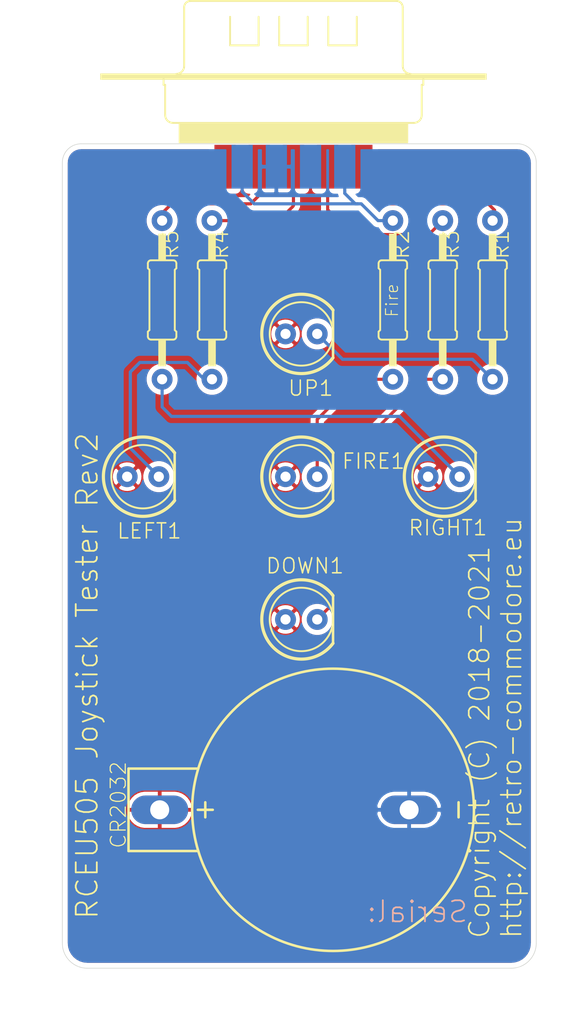
<source format=kicad_pcb>
(kicad_pcb (version 20171130) (host pcbnew "(5.1.8)-1")

  (general
    (thickness 1.6)
    (drawings 12)
    (tracks 46)
    (zones 0)
    (modules 12)
    (nets 15)
  )

  (page A4)
  (title_block
    (title "RCEU 505 Joystick Tester")
    (date 2021-01-17)
    (rev 2)
    (company http://retro-commodore.eu)
    (comment 3 "by Tomse 2018")
    (comment 4 https://github.com/Retro-Commodore/RCEU505-Simple-joystick-tester)
  )

  (layers
    (0 Top signal)
    (31 Bottom signal)
    (32 B.Adhes user)
    (33 F.Adhes user)
    (34 B.Paste user)
    (35 F.Paste user)
    (36 B.SilkS user)
    (37 F.SilkS user)
    (38 B.Mask user)
    (39 F.Mask user)
    (40 Dwgs.User user)
    (41 Cmts.User user)
    (42 Eco1.User user)
    (43 Eco2.User user)
    (44 Edge.Cuts user)
    (45 Margin user)
    (46 B.CrtYd user)
    (47 F.CrtYd user)
    (48 B.Fab user)
    (49 F.Fab user)
  )

  (setup
    (last_trace_width 0.25)
    (trace_clearance 0.1524)
    (zone_clearance 0.4064)
    (zone_45_only no)
    (trace_min 0.2)
    (via_size 0.8)
    (via_drill 0.4)
    (via_min_size 0.4)
    (via_min_drill 0.3)
    (uvia_size 0.3)
    (uvia_drill 0.1)
    (uvias_allowed no)
    (uvia_min_size 0.2)
    (uvia_min_drill 0.1)
    (edge_width 0.05)
    (segment_width 0.2)
    (pcb_text_width 0.3)
    (pcb_text_size 1.5 1.5)
    (mod_edge_width 0.12)
    (mod_text_size 1 1)
    (mod_text_width 0.15)
    (pad_size 1.524 1.524)
    (pad_drill 0.762)
    (pad_to_mask_clearance 0.051)
    (solder_mask_min_width 0.25)
    (aux_axis_origin 0 0)
    (visible_elements 7FFFFFFF)
    (pcbplotparams
      (layerselection 0x010fc_ffffffff)
      (usegerberextensions false)
      (usegerberattributes false)
      (usegerberadvancedattributes false)
      (creategerberjobfile false)
      (excludeedgelayer true)
      (linewidth 0.100000)
      (plotframeref false)
      (viasonmask false)
      (mode 1)
      (useauxorigin false)
      (hpglpennumber 1)
      (hpglpenspeed 20)
      (hpglpendiameter 15.000000)
      (psnegative false)
      (psa4output false)
      (plotreference true)
      (plotvalue true)
      (plotinvisibletext false)
      (padsonsilk false)
      (subtractmaskfromsilk false)
      (outputformat 1)
      (mirror false)
      (drillshape 0)
      (scaleselection 1)
      (outputdirectory "../../Gerber/"))
  )

  (net 0 "")
  (net 1 /GND)
  (net 2 /3V)
  (net 3 "Net-(R5-Pad2)")
  (net 4 "Net-(R1-Pad2)")
  (net 5 "Net-(9PSUBM1-Pad7)")
  (net 6 "Net-(9PSUBM1-Pad6)")
  (net 7 "Net-(9PSUBM1-Pad5)")
  (net 8 "Net-(9PSUBM1-Pad4)")
  (net 9 "Net-(9PSUBM1-Pad3)")
  (net 10 "Net-(9PSUBM1-Pad2)")
  (net 11 "Net-(9PSUBM1-Pad1)")
  (net 12 "Net-(FIRE1-PadK)")
  (net 13 "Net-(LEFT1-PadK)")
  (net 14 "Net-(DOWN1-PadK)")

  (net_class Default "This is the default net class."
    (clearance 0.1524)
    (trace_width 0.25)
    (via_dia 0.8)
    (via_drill 0.4)
    (uvia_dia 0.3)
    (uvia_drill 0.1)
    (add_net /3V)
    (add_net /GND)
    (add_net "Net-(9PSUBM1-Pad1)")
    (add_net "Net-(9PSUBM1-Pad2)")
    (add_net "Net-(9PSUBM1-Pad3)")
    (add_net "Net-(9PSUBM1-Pad4)")
    (add_net "Net-(9PSUBM1-Pad5)")
    (add_net "Net-(9PSUBM1-Pad6)")
    (add_net "Net-(9PSUBM1-Pad7)")
    (add_net "Net-(DOWN1-PadK)")
    (add_net "Net-(FIRE1-PadK)")
    (add_net "Net-(LEFT1-PadK)")
    (add_net "Net-(R1-Pad2)")
    (add_net "Net-(R5-Pad2)")
  )

  (module joytester:SN2032 (layer Top) (tedit 0) (tstamp 5F711440)
    (at 151.2061 125.3186 90)
    (path /8B8E8844)
    (fp_text reference CR2032 (at -3.175 -16.51 90) (layer F.SilkS)
      (effects (font (size 1.2065 1.2065) (thickness 0.09652)) (justify left bottom))
    )
    (fp_text value 3v (at -3.175 -0.635 90) (layer F.Fab)
      (effects (font (size 1.2065 1.2065) (thickness 0.09652)) (justify left bottom))
    )
    (fp_line (start -3.3 -16.4) (end -3.3 -10.8) (layer F.SilkS) (width 0.2032))
    (fp_line (start -3.3 -16.4) (end 3.3 -16.4) (layer F.SilkS) (width 0.2032))
    (fp_line (start 3.3 -16.4) (end 3.3 -10.8) (layer F.SilkS) (width 0.2032))
    (fp_line (start -0.6 10.065) (end 0.6 10.065) (layer F.SilkS) (width 0.2032))
    (fp_line (start -0.6 -10.245) (end 0.6 -10.245) (layer F.SilkS) (width 0.2032))
    (fp_line (start 0 -10.845) (end 0 -9.645) (layer F.SilkS) (width 0.2032))
    (fp_circle (center 0 0) (end 11.3 0) (layer F.SilkS) (width 0.2032))
    (pad - thru_hole oval (at 0 6.1 180) (size 4.572 2.286) (drill 1.524) (layers *.Cu *.Mask)
      (net 1 /GND) (solder_mask_margin 0.1016))
    (pad + thru_hole oval (at 0 -13.9 180) (size 4.572 2.286) (drill 1.524) (layers *.Cu *.Mask)
      (net 2 /3V) (solder_mask_margin 0.1016))
  )

  (module joytester:LED5MM (layer Top) (tedit 0) (tstamp 5F71144C)
    (at 148.6661 110.0786)
    (descr "<B>LED</B><p>\n5 mm, round")
    (path /74EBC2C9)
    (fp_text reference DOWN1 (at -2.921 -3.5814) (layer F.SilkS)
      (effects (font (size 1.2065 1.2065) (thickness 0.12065)) (justify left bottom))
    )
    (fp_text value RED (at 3.2004 1.8034) (layer F.Fab)
      (effects (font (size 1.2065 1.2065) (thickness 0.12065)) (justify left bottom))
    )
    (fp_line (start 2.54 1.905) (end 2.54 -1.905) (layer F.SilkS) (width 0.2032))
    (fp_circle (center 0 0) (end 2.54 0) (layer F.SilkS) (width 0.1524))
    (fp_arc (start 0 0) (end 0 2.159) (angle -90) (layer F.Fab) (width 0.1524))
    (fp_arc (start 0 0) (end -2.159 0) (angle 90) (layer F.Fab) (width 0.1524))
    (fp_arc (start 0 0) (end 0 1.651) (angle -90) (layer F.Fab) (width 0.1524))
    (fp_arc (start 0 0) (end -1.651 0) (angle 90) (layer F.Fab) (width 0.1524))
    (fp_arc (start 0 0) (end 0 1.143) (angle -90) (layer F.Fab) (width 0.1524))
    (fp_arc (start 0 0) (end -1.143 0) (angle 90) (layer F.Fab) (width 0.1524))
    (fp_arc (start 0 0) (end 2.54 1.905) (angle 286.260205) (layer F.SilkS) (width 0.254))
    (pad K thru_hole circle (at 1.27 0) (size 1.6764 1.6764) (drill 0.8128) (layers *.Cu *.Mask)
      (net 14 "Net-(DOWN1-PadK)") (solder_mask_margin 0.1016))
    (pad A thru_hole circle (at -1.27 0) (size 1.6764 1.6764) (drill 0.8128) (layers *.Cu *.Mask)
      (net 2 /3V) (solder_mask_margin 0.1016))
    (model ${KISYS3DMOD}/LED_THT.3dshapes/LED_D5.0mm.step
      (offset (xyz 1.2 0 -2.5))
      (scale (xyz 1 1 1))
      (rotate (xyz 0 0 180))
    )
  )

  (module joytester:LED5MM (layer Top) (tedit 0) (tstamp 5F71145A)
    (at 148.6661 98.6486)
    (descr "<B>LED</B><p>\n5 mm, round")
    (path /4A300F3E)
    (fp_text reference FIRE1 (at 3.175 -0.5334) (layer F.SilkS)
      (effects (font (size 1.2065 1.2065) (thickness 0.12065)) (justify left bottom))
    )
    (fp_text value BLUE (at 3.2004 1.8034) (layer F.Fab)
      (effects (font (size 1.2065 1.2065) (thickness 0.12065)) (justify left bottom))
    )
    (fp_line (start 2.54 1.905) (end 2.54 -1.905) (layer F.SilkS) (width 0.2032))
    (fp_circle (center 0 0) (end 2.54 0) (layer F.SilkS) (width 0.1524))
    (fp_arc (start 0 0) (end 0 2.159) (angle -90) (layer F.Fab) (width 0.1524))
    (fp_arc (start 0 0) (end -2.159 0) (angle 90) (layer F.Fab) (width 0.1524))
    (fp_arc (start 0 0) (end 0 1.651) (angle -90) (layer F.Fab) (width 0.1524))
    (fp_arc (start 0 0) (end -1.651 0) (angle 90) (layer F.Fab) (width 0.1524))
    (fp_arc (start 0 0) (end 0 1.143) (angle -90) (layer F.Fab) (width 0.1524))
    (fp_arc (start 0 0) (end -1.143 0) (angle 90) (layer F.Fab) (width 0.1524))
    (fp_arc (start 0 0) (end 2.54 1.905) (angle 286.260205) (layer F.SilkS) (width 0.254))
    (pad K thru_hole circle (at 1.27 0) (size 1.6764 1.6764) (drill 0.8128) (layers *.Cu *.Mask)
      (net 12 "Net-(FIRE1-PadK)") (solder_mask_margin 0.1016))
    (pad A thru_hole circle (at -1.27 0) (size 1.6764 1.6764) (drill 0.8128) (layers *.Cu *.Mask)
      (net 2 /3V) (solder_mask_margin 0.1016))
    (model ${KISYS3DMOD}/LED_THT.3dshapes/LED_D5.0mm.step
      (offset (xyz 1.2 0 -2.5))
      (scale (xyz 1 1 1))
      (rotate (xyz 0 0 180))
    )
  )

  (module joytester:LED5MM (layer Top) (tedit 0) (tstamp 5F711468)
    (at 135.9661 98.6486)
    (descr "<B>LED</B><p>\n5 mm, round")
    (path /0B639982)
    (fp_text reference LEFT1 (at -2.159 5.0546) (layer F.SilkS)
      (effects (font (size 1.2065 1.2065) (thickness 0.12065)) (justify left bottom))
    )
    (fp_text value RED (at 3.2004 1.8034) (layer F.Fab)
      (effects (font (size 1.2065 1.2065) (thickness 0.12065)) (justify left bottom))
    )
    (fp_line (start 2.54 1.905) (end 2.54 -1.905) (layer F.SilkS) (width 0.2032))
    (fp_circle (center 0 0) (end 2.54 0) (layer F.SilkS) (width 0.1524))
    (fp_arc (start 0 0) (end 0 2.159) (angle -90) (layer F.Fab) (width 0.1524))
    (fp_arc (start 0 0) (end -2.159 0) (angle 90) (layer F.Fab) (width 0.1524))
    (fp_arc (start 0 0) (end 0 1.651) (angle -90) (layer F.Fab) (width 0.1524))
    (fp_arc (start 0 0) (end -1.651 0) (angle 90) (layer F.Fab) (width 0.1524))
    (fp_arc (start 0 0) (end 0 1.143) (angle -90) (layer F.Fab) (width 0.1524))
    (fp_arc (start 0 0) (end -1.143 0) (angle 90) (layer F.Fab) (width 0.1524))
    (fp_arc (start 0 0) (end 2.54 1.905) (angle 286.260205) (layer F.SilkS) (width 0.254))
    (pad K thru_hole circle (at 1.27 0) (size 1.6764 1.6764) (drill 0.8128) (layers *.Cu *.Mask)
      (net 13 "Net-(LEFT1-PadK)") (solder_mask_margin 0.1016))
    (pad A thru_hole circle (at -1.27 0) (size 1.6764 1.6764) (drill 0.8128) (layers *.Cu *.Mask)
      (net 2 /3V) (solder_mask_margin 0.1016))
    (model ${KISYS3DMOD}/LED_THT.3dshapes/LED_D5.0mm.step
      (offset (xyz 1.2 0 -2.5))
      (scale (xyz 1 1 1))
      (rotate (xyz 0 0 180))
    )
  )

  (module joytester:0207_12 (layer Top) (tedit 0) (tstamp 5F711476)
    (at 156 84.5 270)
    (descr "<b>RESISTOR</b><p>\ntype 0207, grid 12 mm")
    (path /DE64AC0F)
    (fp_text reference R2 (at -3.175 -1.397 90) (layer F.SilkS)
      (effects (font (size 1.2065 1.2065) (thickness 0.12065)) (justify left bottom))
    )
    (fp_text value 47 (at -2.286 0.6858 90) (layer F.Fab)
      (effects (font (size 1.2065 1.2065) (thickness 0.12065)) (justify left bottom))
    )
    (fp_line (start 6.35 0) (end 5.334 0) (layer F.Fab) (width 0.6096))
    (fp_line (start -6.35 0) (end -5.334 0) (layer F.Fab) (width 0.6096))
    (fp_line (start -3.175 0.889) (end -3.175 -0.889) (layer F.SilkS) (width 0.1524))
    (fp_line (start -2.921 -1.143) (end -2.54 -1.143) (layer F.SilkS) (width 0.1524))
    (fp_line (start -2.413 -1.016) (end -2.54 -1.143) (layer F.SilkS) (width 0.1524))
    (fp_line (start -2.921 1.143) (end -2.54 1.143) (layer F.SilkS) (width 0.1524))
    (fp_line (start -2.413 1.016) (end -2.54 1.143) (layer F.SilkS) (width 0.1524))
    (fp_line (start 2.413 -1.016) (end 2.54 -1.143) (layer F.SilkS) (width 0.1524))
    (fp_line (start 2.413 -1.016) (end -2.413 -1.016) (layer F.SilkS) (width 0.1524))
    (fp_line (start 2.413 1.016) (end 2.54 1.143) (layer F.SilkS) (width 0.1524))
    (fp_line (start 2.413 1.016) (end -2.413 1.016) (layer F.SilkS) (width 0.1524))
    (fp_line (start 2.921 -1.143) (end 2.54 -1.143) (layer F.SilkS) (width 0.1524))
    (fp_line (start 2.921 1.143) (end 2.54 1.143) (layer F.SilkS) (width 0.1524))
    (fp_line (start 3.175 0.889) (end 3.175 -0.889) (layer F.SilkS) (width 0.1524))
    (fp_line (start 4.445 0) (end 4.064 0) (layer F.SilkS) (width 0.6096))
    (fp_line (start -4.445 0) (end -4.064 0) (layer F.SilkS) (width 0.6096))
    (fp_poly (pts (xy 3.175 0.3048) (xy 4.0386 0.3048) (xy 4.0386 -0.3048) (xy 3.175 -0.3048)) (layer F.SilkS) (width 0))
    (fp_poly (pts (xy -4.0386 0.3048) (xy -3.175 0.3048) (xy -3.175 -0.3048) (xy -4.0386 -0.3048)) (layer F.SilkS) (width 0))
    (fp_poly (pts (xy 4.445 0.3048) (xy 5.3086 0.3048) (xy 5.3086 -0.3048) (xy 4.445 -0.3048)) (layer F.SilkS) (width 0))
    (fp_poly (pts (xy -5.3086 0.3048) (xy -4.445 0.3048) (xy -4.445 -0.3048) (xy -5.3086 -0.3048)) (layer F.SilkS) (width 0))
    (fp_arc (start 2.921 -0.889) (end 2.921 -1.143) (angle 90) (layer F.SilkS) (width 0.1524))
    (fp_arc (start 2.921 0.889) (end 2.921 1.143) (angle -90) (layer F.SilkS) (width 0.1524))
    (fp_arc (start -2.921 0.889) (end -3.175 0.889) (angle -90) (layer F.SilkS) (width 0.1524))
    (fp_arc (start -2.921 -0.889) (end -3.175 -0.889) (angle 90) (layer F.SilkS) (width 0.1524))
    (pad 2 thru_hole circle (at 6.35 0 270) (size 1.6764 1.6764) (drill 0.8128) (layers *.Cu *.Mask)
      (net 12 "Net-(FIRE1-PadK)") (solder_mask_margin 0.1016))
    (pad 1 thru_hole circle (at -6.35 0 270) (size 1.6764 1.6764) (drill 0.8128) (layers *.Cu *.Mask)
      (net 6 "Net-(9PSUBM1-Pad6)") (solder_mask_margin 0.1016))
    (model ${KISYS3DMOD}/Resistor_THT.3dshapes/R_Axial_DIN0309_L9.0mm_D3.2mm_P12.70mm_Horizontal.wrl
      (offset (xyz -6.3 0 0))
      (scale (xyz 1 1 1))
      (rotate (xyz 0 0 0))
    )
  )

  (module joytester:0207_12 (layer Top) (tedit 0) (tstamp 5F711493)
    (at 141.5 84.5 270)
    (descr "<b>RESISTOR</b><p>\ntype 0207, grid 12 mm")
    (path /E1A42A20)
    (fp_text reference R4 (at -3.175 -1.397 90) (layer F.SilkS)
      (effects (font (size 1.2065 1.2065) (thickness 0.12065)) (justify left bottom))
    )
    (fp_text value 47 (at -2.286 0.6858 90) (layer F.Fab)
      (effects (font (size 1.2065 1.2065) (thickness 0.12065)) (justify left bottom))
    )
    (fp_line (start 6.35 0) (end 5.334 0) (layer F.Fab) (width 0.6096))
    (fp_line (start -6.35 0) (end -5.334 0) (layer F.Fab) (width 0.6096))
    (fp_line (start -3.175 0.889) (end -3.175 -0.889) (layer F.SilkS) (width 0.1524))
    (fp_line (start -2.921 -1.143) (end -2.54 -1.143) (layer F.SilkS) (width 0.1524))
    (fp_line (start -2.413 -1.016) (end -2.54 -1.143) (layer F.SilkS) (width 0.1524))
    (fp_line (start -2.921 1.143) (end -2.54 1.143) (layer F.SilkS) (width 0.1524))
    (fp_line (start -2.413 1.016) (end -2.54 1.143) (layer F.SilkS) (width 0.1524))
    (fp_line (start 2.413 -1.016) (end 2.54 -1.143) (layer F.SilkS) (width 0.1524))
    (fp_line (start 2.413 -1.016) (end -2.413 -1.016) (layer F.SilkS) (width 0.1524))
    (fp_line (start 2.413 1.016) (end 2.54 1.143) (layer F.SilkS) (width 0.1524))
    (fp_line (start 2.413 1.016) (end -2.413 1.016) (layer F.SilkS) (width 0.1524))
    (fp_line (start 2.921 -1.143) (end 2.54 -1.143) (layer F.SilkS) (width 0.1524))
    (fp_line (start 2.921 1.143) (end 2.54 1.143) (layer F.SilkS) (width 0.1524))
    (fp_line (start 3.175 0.889) (end 3.175 -0.889) (layer F.SilkS) (width 0.1524))
    (fp_line (start 4.445 0) (end 4.064 0) (layer F.SilkS) (width 0.6096))
    (fp_line (start -4.445 0) (end -4.064 0) (layer F.SilkS) (width 0.6096))
    (fp_poly (pts (xy 3.175 0.3048) (xy 4.0386 0.3048) (xy 4.0386 -0.3048) (xy 3.175 -0.3048)) (layer F.SilkS) (width 0))
    (fp_poly (pts (xy -4.0386 0.3048) (xy -3.175 0.3048) (xy -3.175 -0.3048) (xy -4.0386 -0.3048)) (layer F.SilkS) (width 0))
    (fp_poly (pts (xy 4.445 0.3048) (xy 5.3086 0.3048) (xy 5.3086 -0.3048) (xy 4.445 -0.3048)) (layer F.SilkS) (width 0))
    (fp_poly (pts (xy -5.3086 0.3048) (xy -4.445 0.3048) (xy -4.445 -0.3048) (xy -5.3086 -0.3048)) (layer F.SilkS) (width 0))
    (fp_arc (start 2.921 -0.889) (end 2.921 -1.143) (angle 90) (layer F.SilkS) (width 0.1524))
    (fp_arc (start 2.921 0.889) (end 2.921 1.143) (angle -90) (layer F.SilkS) (width 0.1524))
    (fp_arc (start -2.921 0.889) (end -3.175 0.889) (angle -90) (layer F.SilkS) (width 0.1524))
    (fp_arc (start -2.921 -0.889) (end -3.175 -0.889) (angle 90) (layer F.SilkS) (width 0.1524))
    (pad 2 thru_hole circle (at 6.35 0 270) (size 1.6764 1.6764) (drill 0.8128) (layers *.Cu *.Mask)
      (net 13 "Net-(LEFT1-PadK)") (solder_mask_margin 0.1016))
    (pad 1 thru_hole circle (at -6.35 0 270) (size 1.6764 1.6764) (drill 0.8128) (layers *.Cu *.Mask)
      (net 9 "Net-(9PSUBM1-Pad3)") (solder_mask_margin 0.1016))
    (model ${KISYS3DMOD}/Resistor_THT.3dshapes/R_Axial_DIN0309_L9.0mm_D3.2mm_P12.70mm_Horizontal.wrl
      (offset (xyz -6.3 0 0))
      (scale (xyz 1 1 1))
      (rotate (xyz 0 0 0))
    )
  )

  (module joytester:0207_12 (layer Top) (tedit 0) (tstamp 5F7114B0)
    (at 137.5 84.5 270)
    (descr "<b>RESISTOR</b><p>\ntype 0207, grid 12 mm")
    (path /91DFF8ED)
    (fp_text reference R5 (at -3.175 -1.397 90) (layer F.SilkS)
      (effects (font (size 1.2065 1.2065) (thickness 0.12065)) (justify left bottom))
    )
    (fp_text value 47 (at -2.286 0.6858 90) (layer F.Fab)
      (effects (font (size 1.2065 1.2065) (thickness 0.12065)) (justify left bottom))
    )
    (fp_line (start 6.35 0) (end 5.334 0) (layer F.Fab) (width 0.6096))
    (fp_line (start -6.35 0) (end -5.334 0) (layer F.Fab) (width 0.6096))
    (fp_line (start -3.175 0.889) (end -3.175 -0.889) (layer F.SilkS) (width 0.1524))
    (fp_line (start -2.921 -1.143) (end -2.54 -1.143) (layer F.SilkS) (width 0.1524))
    (fp_line (start -2.413 -1.016) (end -2.54 -1.143) (layer F.SilkS) (width 0.1524))
    (fp_line (start -2.921 1.143) (end -2.54 1.143) (layer F.SilkS) (width 0.1524))
    (fp_line (start -2.413 1.016) (end -2.54 1.143) (layer F.SilkS) (width 0.1524))
    (fp_line (start 2.413 -1.016) (end 2.54 -1.143) (layer F.SilkS) (width 0.1524))
    (fp_line (start 2.413 -1.016) (end -2.413 -1.016) (layer F.SilkS) (width 0.1524))
    (fp_line (start 2.413 1.016) (end 2.54 1.143) (layer F.SilkS) (width 0.1524))
    (fp_line (start 2.413 1.016) (end -2.413 1.016) (layer F.SilkS) (width 0.1524))
    (fp_line (start 2.921 -1.143) (end 2.54 -1.143) (layer F.SilkS) (width 0.1524))
    (fp_line (start 2.921 1.143) (end 2.54 1.143) (layer F.SilkS) (width 0.1524))
    (fp_line (start 3.175 0.889) (end 3.175 -0.889) (layer F.SilkS) (width 0.1524))
    (fp_line (start 4.445 0) (end 4.064 0) (layer F.SilkS) (width 0.6096))
    (fp_line (start -4.445 0) (end -4.064 0) (layer F.SilkS) (width 0.6096))
    (fp_poly (pts (xy 3.175 0.3048) (xy 4.0386 0.3048) (xy 4.0386 -0.3048) (xy 3.175 -0.3048)) (layer F.SilkS) (width 0))
    (fp_poly (pts (xy -4.0386 0.3048) (xy -3.175 0.3048) (xy -3.175 -0.3048) (xy -4.0386 -0.3048)) (layer F.SilkS) (width 0))
    (fp_poly (pts (xy 4.445 0.3048) (xy 5.3086 0.3048) (xy 5.3086 -0.3048) (xy 4.445 -0.3048)) (layer F.SilkS) (width 0))
    (fp_poly (pts (xy -5.3086 0.3048) (xy -4.445 0.3048) (xy -4.445 -0.3048) (xy -5.3086 -0.3048)) (layer F.SilkS) (width 0))
    (fp_arc (start 2.921 -0.889) (end 2.921 -1.143) (angle 90) (layer F.SilkS) (width 0.1524))
    (fp_arc (start 2.921 0.889) (end 2.921 1.143) (angle -90) (layer F.SilkS) (width 0.1524))
    (fp_arc (start -2.921 0.889) (end -3.175 0.889) (angle -90) (layer F.SilkS) (width 0.1524))
    (fp_arc (start -2.921 -0.889) (end -3.175 -0.889) (angle 90) (layer F.SilkS) (width 0.1524))
    (pad 2 thru_hole circle (at 6.35 0 270) (size 1.6764 1.6764) (drill 0.8128) (layers *.Cu *.Mask)
      (net 3 "Net-(R5-Pad2)") (solder_mask_margin 0.1016))
    (pad 1 thru_hole circle (at -6.35 0 270) (size 1.6764 1.6764) (drill 0.8128) (layers *.Cu *.Mask)
      (net 8 "Net-(9PSUBM1-Pad4)") (solder_mask_margin 0.1016))
    (model ${KISYS3DMOD}/Resistor_THT.3dshapes/R_Axial_DIN0309_L9.0mm_D3.2mm_P12.70mm_Horizontal.wrl
      (offset (xyz -6.3 0 0))
      (scale (xyz 1 1 1))
      (rotate (xyz 0 0 0))
    )
  )

  (module joytester:0207_12 (layer Top) (tedit 0) (tstamp 5F7114CD)
    (at 164 84.5 270)
    (descr "<b>RESISTOR</b><p>\ntype 0207, grid 12 mm")
    (path /0F5C4BB2)
    (fp_text reference R1 (at -3.175 -1.397 90) (layer F.SilkS)
      (effects (font (size 1.2065 1.2065) (thickness 0.12065)) (justify left bottom))
    )
    (fp_text value 47 (at -2.286 0.6858 90) (layer F.Fab)
      (effects (font (size 1.2065 1.2065) (thickness 0.12065)) (justify left bottom))
    )
    (fp_line (start 6.35 0) (end 5.334 0) (layer F.Fab) (width 0.6096))
    (fp_line (start -6.35 0) (end -5.334 0) (layer F.Fab) (width 0.6096))
    (fp_line (start -3.175 0.889) (end -3.175 -0.889) (layer F.SilkS) (width 0.1524))
    (fp_line (start -2.921 -1.143) (end -2.54 -1.143) (layer F.SilkS) (width 0.1524))
    (fp_line (start -2.413 -1.016) (end -2.54 -1.143) (layer F.SilkS) (width 0.1524))
    (fp_line (start -2.921 1.143) (end -2.54 1.143) (layer F.SilkS) (width 0.1524))
    (fp_line (start -2.413 1.016) (end -2.54 1.143) (layer F.SilkS) (width 0.1524))
    (fp_line (start 2.413 -1.016) (end 2.54 -1.143) (layer F.SilkS) (width 0.1524))
    (fp_line (start 2.413 -1.016) (end -2.413 -1.016) (layer F.SilkS) (width 0.1524))
    (fp_line (start 2.413 1.016) (end 2.54 1.143) (layer F.SilkS) (width 0.1524))
    (fp_line (start 2.413 1.016) (end -2.413 1.016) (layer F.SilkS) (width 0.1524))
    (fp_line (start 2.921 -1.143) (end 2.54 -1.143) (layer F.SilkS) (width 0.1524))
    (fp_line (start 2.921 1.143) (end 2.54 1.143) (layer F.SilkS) (width 0.1524))
    (fp_line (start 3.175 0.889) (end 3.175 -0.889) (layer F.SilkS) (width 0.1524))
    (fp_line (start 4.445 0) (end 4.064 0) (layer F.SilkS) (width 0.6096))
    (fp_line (start -4.445 0) (end -4.064 0) (layer F.SilkS) (width 0.6096))
    (fp_poly (pts (xy 3.175 0.3048) (xy 4.0386 0.3048) (xy 4.0386 -0.3048) (xy 3.175 -0.3048)) (layer F.SilkS) (width 0))
    (fp_poly (pts (xy -4.0386 0.3048) (xy -3.175 0.3048) (xy -3.175 -0.3048) (xy -4.0386 -0.3048)) (layer F.SilkS) (width 0))
    (fp_poly (pts (xy 4.445 0.3048) (xy 5.3086 0.3048) (xy 5.3086 -0.3048) (xy 4.445 -0.3048)) (layer F.SilkS) (width 0))
    (fp_poly (pts (xy -5.3086 0.3048) (xy -4.445 0.3048) (xy -4.445 -0.3048) (xy -5.3086 -0.3048)) (layer F.SilkS) (width 0))
    (fp_arc (start 2.921 -0.889) (end 2.921 -1.143) (angle 90) (layer F.SilkS) (width 0.1524))
    (fp_arc (start 2.921 0.889) (end 2.921 1.143) (angle -90) (layer F.SilkS) (width 0.1524))
    (fp_arc (start -2.921 0.889) (end -3.175 0.889) (angle -90) (layer F.SilkS) (width 0.1524))
    (fp_arc (start -2.921 -0.889) (end -3.175 -0.889) (angle 90) (layer F.SilkS) (width 0.1524))
    (pad 2 thru_hole circle (at 6.35 0 270) (size 1.6764 1.6764) (drill 0.8128) (layers *.Cu *.Mask)
      (net 4 "Net-(R1-Pad2)") (solder_mask_margin 0.1016))
    (pad 1 thru_hole circle (at -6.35 0 270) (size 1.6764 1.6764) (drill 0.8128) (layers *.Cu *.Mask)
      (net 11 "Net-(9PSUBM1-Pad1)") (solder_mask_margin 0.1016))
    (model ${KISYS3DMOD}/Resistor_THT.3dshapes/R_Axial_DIN0309_L9.0mm_D3.2mm_P12.70mm_Horizontal.wrl
      (offset (xyz -6.3 0 0))
      (scale (xyz 1 1 1))
      (rotate (xyz 0 0 0))
    )
  )

  (module joytester:0207_12 (layer Top) (tedit 0) (tstamp 5F7114EA)
    (at 160 84.5 270)
    (descr "<b>RESISTOR</b><p>\ntype 0207, grid 12 mm")
    (path /FB30A1FC)
    (fp_text reference R3 (at -3.175 -1.397 90) (layer F.SilkS)
      (effects (font (size 1.2065 1.2065) (thickness 0.12065)) (justify left bottom))
    )
    (fp_text value 47 (at -2.286 0.6858 90) (layer F.Fab)
      (effects (font (size 1.2065 1.2065) (thickness 0.12065)) (justify left bottom))
    )
    (fp_line (start 6.35 0) (end 5.334 0) (layer F.Fab) (width 0.6096))
    (fp_line (start -6.35 0) (end -5.334 0) (layer F.Fab) (width 0.6096))
    (fp_line (start -3.175 0.889) (end -3.175 -0.889) (layer F.SilkS) (width 0.1524))
    (fp_line (start -2.921 -1.143) (end -2.54 -1.143) (layer F.SilkS) (width 0.1524))
    (fp_line (start -2.413 -1.016) (end -2.54 -1.143) (layer F.SilkS) (width 0.1524))
    (fp_line (start -2.921 1.143) (end -2.54 1.143) (layer F.SilkS) (width 0.1524))
    (fp_line (start -2.413 1.016) (end -2.54 1.143) (layer F.SilkS) (width 0.1524))
    (fp_line (start 2.413 -1.016) (end 2.54 -1.143) (layer F.SilkS) (width 0.1524))
    (fp_line (start 2.413 -1.016) (end -2.413 -1.016) (layer F.SilkS) (width 0.1524))
    (fp_line (start 2.413 1.016) (end 2.54 1.143) (layer F.SilkS) (width 0.1524))
    (fp_line (start 2.413 1.016) (end -2.413 1.016) (layer F.SilkS) (width 0.1524))
    (fp_line (start 2.921 -1.143) (end 2.54 -1.143) (layer F.SilkS) (width 0.1524))
    (fp_line (start 2.921 1.143) (end 2.54 1.143) (layer F.SilkS) (width 0.1524))
    (fp_line (start 3.175 0.889) (end 3.175 -0.889) (layer F.SilkS) (width 0.1524))
    (fp_line (start 4.445 0) (end 4.064 0) (layer F.SilkS) (width 0.6096))
    (fp_line (start -4.445 0) (end -4.064 0) (layer F.SilkS) (width 0.6096))
    (fp_poly (pts (xy 3.175 0.3048) (xy 4.0386 0.3048) (xy 4.0386 -0.3048) (xy 3.175 -0.3048)) (layer F.SilkS) (width 0))
    (fp_poly (pts (xy -4.0386 0.3048) (xy -3.175 0.3048) (xy -3.175 -0.3048) (xy -4.0386 -0.3048)) (layer F.SilkS) (width 0))
    (fp_poly (pts (xy 4.445 0.3048) (xy 5.3086 0.3048) (xy 5.3086 -0.3048) (xy 4.445 -0.3048)) (layer F.SilkS) (width 0))
    (fp_poly (pts (xy -5.3086 0.3048) (xy -4.445 0.3048) (xy -4.445 -0.3048) (xy -5.3086 -0.3048)) (layer F.SilkS) (width 0))
    (fp_arc (start 2.921 -0.889) (end 2.921 -1.143) (angle 90) (layer F.SilkS) (width 0.1524))
    (fp_arc (start 2.921 0.889) (end 2.921 1.143) (angle -90) (layer F.SilkS) (width 0.1524))
    (fp_arc (start -2.921 0.889) (end -3.175 0.889) (angle -90) (layer F.SilkS) (width 0.1524))
    (fp_arc (start -2.921 -0.889) (end -3.175 -0.889) (angle 90) (layer F.SilkS) (width 0.1524))
    (pad 2 thru_hole circle (at 6.35 0 270) (size 1.6764 1.6764) (drill 0.8128) (layers *.Cu *.Mask)
      (net 14 "Net-(DOWN1-PadK)") (solder_mask_margin 0.1016))
    (pad 1 thru_hole circle (at -6.35 0 270) (size 1.6764 1.6764) (drill 0.8128) (layers *.Cu *.Mask)
      (net 10 "Net-(9PSUBM1-Pad2)") (solder_mask_margin 0.1016))
    (model ${KISYS3DMOD}/Resistor_THT.3dshapes/R_Axial_DIN0309_L9.0mm_D3.2mm_P12.70mm_Horizontal.wrl
      (offset (xyz -6.3 0 0))
      (scale (xyz 1 1 1))
      (rotate (xyz 0 0 0))
    )
  )

  (module joytester:LED5MM (layer Top) (tedit 0) (tstamp 5F711507)
    (at 160.0961 98.6486)
    (descr "<B>LED</B><p>\n5 mm, round")
    (path /404BD51D)
    (fp_text reference RIGHT1 (at -2.921 4.8006) (layer F.SilkS)
      (effects (font (size 1.2065 1.2065) (thickness 0.12065)) (justify left bottom))
    )
    (fp_text value RED (at 3.2004 1.8034) (layer F.Fab)
      (effects (font (size 1.2065 1.2065) (thickness 0.12065)) (justify left bottom))
    )
    (fp_line (start 2.54 1.905) (end 2.54 -1.905) (layer F.SilkS) (width 0.2032))
    (fp_circle (center 0 0) (end 2.54 0) (layer F.SilkS) (width 0.1524))
    (fp_arc (start 0 0) (end 0 2.159) (angle -90) (layer F.Fab) (width 0.1524))
    (fp_arc (start 0 0) (end -2.159 0) (angle 90) (layer F.Fab) (width 0.1524))
    (fp_arc (start 0 0) (end 0 1.651) (angle -90) (layer F.Fab) (width 0.1524))
    (fp_arc (start 0 0) (end -1.651 0) (angle 90) (layer F.Fab) (width 0.1524))
    (fp_arc (start 0 0) (end 0 1.143) (angle -90) (layer F.Fab) (width 0.1524))
    (fp_arc (start 0 0) (end -1.143 0) (angle 90) (layer F.Fab) (width 0.1524))
    (fp_arc (start 0 0) (end 2.54 1.905) (angle 286.260205) (layer F.SilkS) (width 0.254))
    (pad K thru_hole circle (at 1.27 0) (size 1.6764 1.6764) (drill 0.8128) (layers *.Cu *.Mask)
      (net 3 "Net-(R5-Pad2)") (solder_mask_margin 0.1016))
    (pad A thru_hole circle (at -1.27 0) (size 1.6764 1.6764) (drill 0.8128) (layers *.Cu *.Mask)
      (net 2 /3V) (solder_mask_margin 0.1016))
    (model ${KISYS3DMOD}/LED_THT.3dshapes/LED_D5.0mm.step
      (offset (xyz 1.2 0 -2.5))
      (scale (xyz 1 1 1))
      (rotate (xyz 0 0 180))
    )
  )

  (module joytester:LED5MM (layer Top) (tedit 0) (tstamp 5F711515)
    (at 148.6661 87.2186)
    (descr "<B>LED</B><p>\n5 mm, round")
    (path /AC15F50E)
    (fp_text reference UP1 (at -1.143 5.0546) (layer F.SilkS)
      (effects (font (size 1.2065 1.2065) (thickness 0.12065)) (justify left bottom))
    )
    (fp_text value RED (at -1.6661 -3.7186) (layer F.Fab) hide
      (effects (font (size 1.2065 1.2065) (thickness 0.12065)) (justify left bottom))
    )
    (fp_line (start 2.54 1.905) (end 2.54 -1.905) (layer F.SilkS) (width 0.2032))
    (fp_circle (center 0 0) (end 2.54 0) (layer F.SilkS) (width 0.1524))
    (fp_arc (start 0 0) (end 0 2.159) (angle -90) (layer F.Fab) (width 0.1524))
    (fp_arc (start 0 0) (end -2.159 0) (angle 90) (layer F.Fab) (width 0.1524))
    (fp_arc (start 0 0) (end 0 1.651) (angle -90) (layer F.Fab) (width 0.1524))
    (fp_arc (start 0 0) (end -1.651 0) (angle 90) (layer F.Fab) (width 0.1524))
    (fp_arc (start 0 0) (end 0 1.143) (angle -90) (layer F.Fab) (width 0.1524))
    (fp_arc (start 0 0) (end -1.143 0) (angle 90) (layer F.Fab) (width 0.1524))
    (fp_arc (start 0 0) (end 2.54 1.905) (angle 286.260205) (layer F.SilkS) (width 0.254))
    (pad K thru_hole circle (at 1.27 0) (size 1.6764 1.6764) (drill 0.8128) (layers *.Cu *.Mask)
      (net 4 "Net-(R1-Pad2)") (solder_mask_margin 0.1016))
    (pad A thru_hole circle (at -1.27 0) (size 1.6764 1.6764) (drill 0.8128) (layers *.Cu *.Mask)
      (net 2 /3V) (solder_mask_margin 0.1016))
    (model ${KISYS3DMOD}/LED_THT.3dshapes/LED_D5.0mm.step
      (offset (xyz 1.2 0 -2.5))
      (scale (xyz 1 1 1))
      (rotate (xyz 0 0 180))
    )
  )

  (module joytester:M09D (layer Top) (tedit 0) (tstamp 5F711523)
    (at 148.0311 67.7876)
    (descr <b>SUB-D</b>)
    (path /E00D74E0)
    (fp_text reference 9PSUBM1 (at -8.89 10.16) (layer F.SilkS) hide
      (effects (font (size 1.6891 1.6891) (thickness 0.1778)) (justify left bottom))
    )
    (fp_text value Male (at 1.27 10.16) (layer F.Fab) hide
      (effects (font (size 1.6891 1.6891) (thickness 0.16891)) (justify left bottom))
    )
    (fp_line (start -10.414 -0.508) (end -10.414 -1.016) (layer F.SilkS) (width 0.1524))
    (fp_line (start -10.414 -0.508) (end -10.287 -0.508) (layer F.SilkS) (width 0.1524))
    (fp_line (start -10.287 1.905) (end -10.287 -0.508) (layer F.SilkS) (width 0.1524))
    (fp_line (start -9.671 2.54) (end 9.671 2.54) (layer F.SilkS) (width 0.1524))
    (fp_line (start 10.414 -0.508) (end 10.414 -1.016) (layer F.SilkS) (width 0.1524))
    (fp_line (start 10.287 1.905) (end 10.287 -0.508) (layer F.SilkS) (width 0.1524))
    (fp_line (start 10.287 -0.508) (end 10.414 -0.508) (layer F.SilkS) (width 0.1524))
    (fp_line (start -16.4592 2.7432) (end -15.0876 4.1148) (layer Cmts.User) (width 0.254))
    (fp_line (start -15.0876 4.1148) (end -13.716 2.7432) (layer Cmts.User) (width 0.254))
    (fp_line (start -13.716 2.7432) (end -12.3444 4.1148) (layer Cmts.User) (width 0.254))
    (fp_line (start -12.3444 4.1148) (end -10.9728 2.7432) (layer Cmts.User) (width 0.254))
    (fp_line (start 10.9728 2.7432) (end 12.3444 4.1148) (layer Cmts.User) (width 0.254))
    (fp_line (start 12.3444 4.1148) (end 13.716 2.7432) (layer Cmts.User) (width 0.254))
    (fp_line (start 13.716 2.7432) (end 15.0876 4.1148) (layer Cmts.User) (width 0.254))
    (fp_line (start 15.0876 4.1148) (end 16.4592 2.7432) (layer Cmts.User) (width 0.254))
    (fp_line (start 5.08 -3.669) (end 2.794 -3.669) (layer F.SilkS) (width 0.1524))
    (fp_line (start 2.794 -3.669) (end 2.794 -5.955) (layer F.SilkS) (width 0.1524))
    (fp_line (start 5.08 -5.955) (end 5.08 -3.669) (layer F.SilkS) (width 0.1524))
    (fp_line (start 1.143 -3.669) (end -1.143 -3.669) (layer F.SilkS) (width 0.1524))
    (fp_line (start -1.143 -3.669) (end -1.143 -5.955) (layer F.SilkS) (width 0.1524))
    (fp_line (start 1.143 -5.955) (end 1.143 -3.669) (layer F.SilkS) (width 0.1524))
    (fp_line (start -2.794 -3.669) (end -5.08 -3.669) (layer F.SilkS) (width 0.1524))
    (fp_line (start -5.08 -3.669) (end -5.08 -5.955) (layer F.SilkS) (width 0.1524))
    (fp_line (start -2.794 -5.955) (end -2.794 -3.669) (layer F.SilkS) (width 0.1524))
    (fp_line (start 8.763 -2.018) (end 8.763 -6.717) (layer F.SilkS) (width 0.1524))
    (fp_line (start -8.763 -2.018) (end -8.763 -6.717) (layer F.SilkS) (width 0.1524))
    (fp_line (start -8.255 -7.225) (end 8.255 -7.225) (layer F.SilkS) (width 0.1524))
    (fp_poly (pts (xy -15.494 -0.916) (xy 15.494 -0.916) (xy 15.494 -1.424) (xy -15.494 -1.424)) (layer F.SilkS) (width 0))
    (fp_poly (pts (xy -6.0864 6.56) (xy -4.8864 6.56) (xy -4.8864 4.06) (xy -6.0864 4.06)) (layer F.Fab) (width 0))
    (fp_poly (pts (xy 3.5148 6.56) (xy 4.7148 6.56) (xy 4.7148 4.06) (xy 3.5148 4.06)) (layer B.Fab) (width 0))
    (fp_poly (pts (xy 0.7716 6.56) (xy 1.9716 6.56) (xy 1.9716 4.06) (xy 0.7716 4.06)) (layer B.Fab) (width 0))
    (fp_poly (pts (xy -1.9716 6.56) (xy -0.7716 6.56) (xy -0.7716 4.06) (xy -1.9716 4.06)) (layer B.Fab) (width 0))
    (fp_poly (pts (xy -3.3432 6.56) (xy -2.1432 6.56) (xy -2.1432 4.06) (xy -3.3432 4.06)) (layer F.Fab) (width 0))
    (fp_poly (pts (xy -0.6 6.56) (xy 0.6 6.56) (xy 0.6 4.06) (xy -0.6 4.06)) (layer F.Fab) (width 0))
    (fp_poly (pts (xy 2.1432 6.56) (xy 3.3432 6.56) (xy 3.3432 4.06) (xy 2.1432 4.06)) (layer F.Fab) (width 0))
    (fp_poly (pts (xy 4.8864 6.56) (xy 6.0864 6.56) (xy 6.0864 4.06) (xy 4.8864 4.06)) (layer F.Fab) (width 0))
    (fp_poly (pts (xy -4.7148 6.56) (xy -3.5148 6.56) (xy -3.5148 4.06) (xy -4.7148 4.06)) (layer B.Fab) (width 0))
    (fp_poly (pts (xy -9.2 4.16) (xy 9.2 4.16) (xy 9.2 2.56) (xy -9.2 2.56)) (layer F.SilkS) (width 0))
    (fp_text user "Board " (at -16.51 2.54) (layer Cmts.User) hide
      (effects (font (size 1.2065 1.2065) (thickness 0.1016)) (justify left bottom))
    )
    (fp_text user M09D (at -7.62 -5.469) (layer F.Fab) hide
      (effects (font (size 1.2065 1.2065) (thickness 0.127)) (justify left bottom))
    )
    (fp_text user Board (at 11.43 2.54) (layer Cmts.User) hide
      (effects (font (size 1.2065 1.2065) (thickness 0.1016)) (justify left bottom))
    )
    (fp_text user 6 (at 4.6528 2.1966) (layer B.SilkS) hide
      (effects (font (size 1.2065 1.2065) (thickness 0.127)) (justify left bottom mirror))
    )
    (fp_text user 9 (at -3.6878 2.1966) (layer B.SilkS) hide
      (effects (font (size 1.2065 1.2065) (thickness 0.127)) (justify left bottom mirror))
    )
    (fp_text user 5 (at -5.8878 2.1786) (layer F.SilkS) hide
      (effects (font (size 1.2065 1.2065) (thickness 0.127)) (justify left bottom))
    )
    (fp_text user 1 (at 5.0528 2.1786) (layer F.SilkS) hide
      (effects (font (size 1.2065 1.2065) (thickness 0.127)) (justify left bottom))
    )
    (fp_arc (start -9.398 -2.018) (end -9.398 -1.383) (angle -90) (layer F.SilkS) (width 0.1524))
    (fp_arc (start 9.398 -2.018) (end 8.763 -2.018) (angle -90) (layer F.SilkS) (width 0.1524))
    (fp_arc (start 8.255 -6.717) (end 8.255 -7.225) (angle 90) (layer F.SilkS) (width 0.1524))
    (fp_arc (start -8.255 -6.717) (end -8.763 -6.717) (angle 90) (layer F.SilkS) (width 0.1524))
    (fp_arc (start 9.652 1.905) (end 9.652 2.54) (angle -90) (layer F.SilkS) (width 0.1524))
    (fp_arc (start -9.652 1.905) (end -10.287 1.905) (angle -90) (layer F.SilkS) (width 0.1524))
    (pad 9 smd rect (at -4.1148 6.0452) (size 1.7 3.5) (layers Bottom B.Paste B.Mask)
      (net 6 "Net-(9PSUBM1-Pad6)") (solder_mask_margin 0.1016))
    (pad 8 smd rect (at -1.3716 6.0452) (size 1.7 3.5) (layers Bottom B.Paste B.Mask)
      (net 1 /GND) (solder_mask_margin 0.1016))
    (pad 7 smd rect (at 1.3716 6.0452) (size 1.7 3.5) (layers Bottom B.Paste B.Mask)
      (net 5 "Net-(9PSUBM1-Pad7)") (solder_mask_margin 0.1016))
    (pad 6 smd rect (at 4.1148 6.0452) (size 1.7 3.5) (layers Bottom B.Paste B.Mask)
      (net 6 "Net-(9PSUBM1-Pad6)") (solder_mask_margin 0.1016))
    (pad 5 smd rect (at -5.4862 6.0448) (size 1.7 3.5) (layers Top F.Paste F.Mask)
      (net 7 "Net-(9PSUBM1-Pad5)") (solder_mask_margin 0.1016))
    (pad 4 smd rect (at -2.7434 6.0448) (size 1.7 3.5) (layers Top F.Paste F.Mask)
      (net 8 "Net-(9PSUBM1-Pad4)") (solder_mask_margin 0.1016))
    (pad 3 smd rect (at 0 6.045) (size 1.7 3.5) (layers Top F.Paste F.Mask)
      (net 9 "Net-(9PSUBM1-Pad3)") (solder_mask_margin 0.1016))
    (pad 2 smd rect (at 2.7434 6.0448) (size 1.7 3.5) (layers Top F.Paste F.Mask)
      (net 10 "Net-(9PSUBM1-Pad2)") (solder_mask_margin 0.1016))
    (pad 1 smd rect (at 5.4862 6.0448) (size 1.7 3.5) (layers Top F.Paste F.Mask)
      (net 11 "Net-(9PSUBM1-Pad1)") (solder_mask_margin 0.1016))
    (model ${KISYS3DMOD}/Connector_Dsub.3dshapes/DSUB-9_Male_Vertical_P2.77x2.84mm.wrl
      (offset (xyz 5.5 -4 0.5))
      (scale (xyz 1 1 1))
      (rotate (xyz 90 180 0))
    )
  )

  (gr_arc (start 131 73.5) (end 131 72) (angle -90) (layer Edge.Cuts) (width 0.05))
  (gr_arc (start 166 73.5) (end 167.5 73.5) (angle -90) (layer Edge.Cuts) (width 0.05))
  (gr_arc (start 165.5 136) (end 165.5 138) (angle -90) (layer Edge.Cuts) (width 0.05))
  (gr_arc (start 131.5 136) (end 129.5 136) (angle -90) (layer Edge.Cuts) (width 0.05))
  (gr_line (start 129.5 73.5) (end 129.5 136) (layer Edge.Cuts) (width 0.05) (tstamp 5F712187))
  (gr_line (start 131.5 138) (end 165.5 138) (layer Edge.Cuts) (width 0.05) (tstamp BEDD8E0))
  (gr_line (start 167.5 136) (end 167.5 73.5) (layer Edge.Cuts) (width 0.05) (tstamp BEDC8A0))
  (gr_line (start 166 72) (end 131 72) (layer Edge.Cuts) (width 0.05) (tstamp BEDD980))
  (gr_text "RCEU505 Joystick Tester Rev2" (at 130.5 95 90) (layer F.SilkS) (tstamp BEDC6C0)
    (effects (font (size 1.6891 1.6891) (thickness 0.14224)) (justify right top))
  )
  (gr_text "Copyright (C) 2018-2021\nhttp://retro-commodore.eu" (at 166.4461 135.7326 90) (layer F.SilkS) (tstamp BEDDF20)
    (effects (font (size 1.59258 1.59258) (thickness 0.134112)) (justify left bottom))
  )
  (gr_text Fire (at 156.5 85.9486 90) (layer F.SilkS) (tstamp BEDC260)
    (effects (font (size 0.9652 0.9652) (thickness 0.08128)) (justify left bottom))
  )
  (gr_text "Serial: " (at 162.1281 134.4626) (layer B.SilkS) (tstamp BEDC940)
    (effects (font (size 1.6891 1.6891) (thickness 0.14224)) (justify left bottom mirror))
  )

  (segment (start 156.5401 93.8226) (end 138.2521 93.8226) (width 0.254) (layer Bottom) (net 3) (tstamp BECB5A0))
  (segment (start 161.3661 98.6486) (end 156.5401 93.8226) (width 0.254) (layer Bottom) (net 3) (tstamp BECC400))
  (segment (start 137.5 93.0705) (end 137.5 90.85) (width 0.25) (layer Bottom) (net 3))
  (segment (start 138.2521 93.8226) (end 137.5 93.0705) (width 0.25) (layer Bottom) (net 3))
  (segment (start 164.1601 91.0286) (end 162.3821 89.2506) (width 0.254) (layer Bottom) (net 4) (tstamp BECC4A0))
  (segment (start 162.3821 89.2506) (end 151.9681 89.2506) (width 0.254) (layer Bottom) (net 4) (tstamp BECB000))
  (segment (start 151.9681 89.2506) (end 149.9361 87.2186) (width 0.254) (layer Bottom) (net 4) (tstamp BECB6E0))
  (segment (start 152.1459 75.9664) (end 152.1459 73.8328) (width 0.254) (layer Bottom) (net 6) (tstamp BECF4C0))
  (segment (start 152.9841 76.8046) (end 152.1459 75.9664) (width 0.254) (layer Bottom) (net 6) (tstamp BECEDE0))
  (segment (start 143.9163 75.8328) (end 143.9163 73.8328) (width 0.25) (layer Bottom) (net 6))
  (segment (start 153.1954 76.8046) (end 144.8881 76.8046) (width 0.25) (layer Bottom) (net 6))
  (segment (start 144.8881 76.8046) (end 143.9163 75.8328) (width 0.25) (layer Bottom) (net 6))
  (segment (start 153.1954 76.8046) (end 152.9841 76.8046) (width 0.254) (layer Bottom) (net 6))
  (segment (start 153.469207 76.8046) (end 152.9841 76.8046) (width 0.25) (layer Bottom) (net 6))
  (segment (start 154.814607 78.15) (end 153.469207 76.8046) (width 0.25) (layer Bottom) (net 6))
  (segment (start 156 78.15) (end 154.814607 78.15) (width 0.25) (layer Bottom) (net 6))
  (segment (start 145.2877 73.8324) (end 145.2877 76.119) (width 0.254) (layer Top) (net 8) (tstamp BECD120))
  (segment (start 138.2521 76.8046) (end 136.9821 78.0746) (width 0.254) (layer Top) (net 8) (tstamp BECD620))
  (segment (start 136.9821 78.0746) (end 136.9821 78.3286) (width 0.254) (layer Top) (net 8) (tstamp BECD6C0))
  (segment (start 145.2877 76.119) (end 144.6021 76.8046) (width 0.254) (layer Top) (net 8) (tstamp BECDB20))
  (segment (start 144.6021 76.8046) (end 138.2521 76.8046) (width 0.254) (layer Top) (net 8) (tstamp BECDD00))
  (segment (start 148.0311 73.8326) (end 148.0311 76.9316) (width 0.254) (layer Top) (net 9) (tstamp BECD4E0))
  (segment (start 141.5 78.15) (end 146.85 78.15) (width 0.25) (layer Top) (net 9))
  (segment (start 146.85 78.15) (end 148 77) (width 0.25) (layer Top) (net 9))
  (segment (start 152.765601 79.265601) (end 150.7745 77.2745) (width 0.25) (layer Top) (net 10))
  (segment (start 160 78.15) (end 158.884399 79.265601) (width 0.25) (layer Top) (net 10))
  (segment (start 150.7745 77.2745) (end 150.7745 73.8324) (width 0.25) (layer Top) (net 10))
  (segment (start 158.884399 79.265601) (end 152.765601 79.265601) (width 0.25) (layer Top) (net 10))
  (segment (start 164.1601 78.3286) (end 164.1601 77.3126) (width 0.254) (layer Top) (net 11) (tstamp BECE0C0))
  (segment (start 164.1601 77.3126) (end 163.6521 76.8046) (width 0.254) (layer Top) (net 11) (tstamp BECEF20))
  (segment (start 163.6521 76.8046) (end 154.7621 76.8046) (width 0.254) (layer Top) (net 11) (tstamp BECD440))
  (segment (start 154.7621 76.8046) (end 153.5173 75.5598) (width 0.254) (layer Top) (net 11) (tstamp BECF240))
  (segment (start 153.5173 75.5598) (end 153.5173 73.8324) (width 0.254) (layer Top) (net 11) (tstamp BECF560))
  (segment (start 149.9361 94.3306) (end 149.9361 98.6486) (width 0.254) (layer Top) (net 12) (tstamp BECBA00))
  (segment (start 149.9361 94.3306) (end 149.9361 94.0639) (width 0.25) (layer Top) (net 12))
  (segment (start 153.15 90.85) (end 156 90.85) (width 0.25) (layer Top) (net 12))
  (segment (start 149.9361 94.0639) (end 153.15 90.85) (width 0.25) (layer Top) (net 12))
  (segment (start 141.0461 91.0286) (end 139.5221 89.5046) (width 0.254) (layer Bottom) (net 13) (tstamp BECBFA0))
  (segment (start 134.9501 90.2666) (end 134.9501 96.3626) (width 0.254) (layer Bottom) (net 13) (tstamp BECCCC0))
  (segment (start 134.9501 96.3626) (end 137.2361 98.6486) (width 0.254) (layer Bottom) (net 13) (tstamp BECAEC0))
  (segment (start 139.5221 89.5046) (end 135.7121 89.5046) (width 0.254) (layer Bottom) (net 13) (tstamp BECBDC0))
  (segment (start 135.7121 89.5046) (end 134.9501 90.2666) (width 0.254) (layer Bottom) (net 13) (tstamp BECAD80))
  (segment (start 154.5081 105.5066) (end 149.9361 110.0786) (width 0.254) (layer Top) (net 14) (tstamp BECCE00))
  (segment (start 160 90.85) (end 158.65 90.85) (width 0.25) (layer Top) (net 14))
  (segment (start 154.5081 94.9919) (end 154.5081 105.5066) (width 0.25) (layer Top) (net 14))
  (segment (start 158.65 90.85) (end 154.5081 94.9919) (width 0.25) (layer Top) (net 14))

  (zone (net 2) (net_name /3V) (layer Top) (tstamp 0) (hatch edge 0.508)
    (priority 6)
    (connect_pads (clearance 0.4064))
    (min_thickness 0.127)
    (fill yes (arc_segments 32) (thermal_gap 0.304) (thermal_bridge_width 0.304) (smoothing chamfer))
    (polygon
      (pts
        (xy 170 140.5) (xy 125.5 140.5) (xy 125.5 69.5) (xy 170 69.5)
      )
    )
    (filled_polygon
      (pts
        (xy 141.222727 75.5824) (xy 141.2318 75.674516) (xy 141.258669 75.763093) (xy 141.302302 75.844725) (xy 141.361023 75.916277)
        (xy 141.432575 75.974998) (xy 141.514207 76.018631) (xy 141.602784 76.0455) (xy 141.6949 76.054573) (xy 143.3949 76.054573)
        (xy 143.487016 76.0455) (xy 143.575593 76.018631) (xy 143.657225 75.974998) (xy 143.728777 75.916277) (xy 143.787498 75.844725)
        (xy 143.831131 75.763093) (xy 143.858 75.674516) (xy 143.867073 75.5824) (xy 143.867073 72.4949) (xy 143.965527 72.4949)
        (xy 143.965527 75.5824) (xy 143.9746 75.674516) (xy 144.001469 75.763093) (xy 144.045102 75.844725) (xy 144.103823 75.916277)
        (xy 144.175375 75.974998) (xy 144.257007 76.018631) (xy 144.345584 76.0455) (xy 144.4377 76.054573) (xy 144.507984 76.054573)
        (xy 144.354857 76.2077) (xy 138.281411 76.2077) (xy 138.252099 76.204813) (xy 138.222788 76.2077) (xy 138.222778 76.2077)
        (xy 138.135087 76.216337) (xy 138.022571 76.250468) (xy 137.974302 76.276269) (xy 137.918875 76.305895) (xy 137.866926 76.348529)
        (xy 137.827986 76.380486) (xy 137.809296 76.40326) (xy 137.370531 76.842026) (xy 137.118441 76.89217) (xy 136.880382 76.990777)
        (xy 136.666135 77.133933) (xy 136.483933 77.316135) (xy 136.340777 77.530382) (xy 136.24217 77.768441) (xy 136.1919 78.021163)
        (xy 136.1919 78.278837) (xy 136.24217 78.531559) (xy 136.340777 78.769618) (xy 136.483933 78.983865) (xy 136.666135 79.166067)
        (xy 136.880382 79.309223) (xy 137.118441 79.40783) (xy 137.371163 79.4581) (xy 137.628837 79.4581) (xy 137.881559 79.40783)
        (xy 138.119618 79.309223) (xy 138.333865 79.166067) (xy 138.516067 78.983865) (xy 138.659223 78.769618) (xy 138.75783 78.531559)
        (xy 138.8081 78.278837) (xy 138.8081 78.021163) (xy 138.75783 77.768441) (xy 138.659223 77.530382) (xy 138.573106 77.4015)
        (xy 140.426894 77.4015) (xy 140.340777 77.530382) (xy 140.24217 77.768441) (xy 140.1919 78.021163) (xy 140.1919 78.278837)
        (xy 140.24217 78.531559) (xy 140.340777 78.769618) (xy 140.483933 78.983865) (xy 140.666135 79.166067) (xy 140.880382 79.309223)
        (xy 141.118441 79.40783) (xy 141.371163 79.4581) (xy 141.628837 79.4581) (xy 141.881559 79.40783) (xy 142.119618 79.309223)
        (xy 142.333865 79.166067) (xy 142.516067 78.983865) (xy 142.659223 78.769618) (xy 142.669462 78.7449) (xy 146.820782 78.7449)
        (xy 146.85 78.747778) (xy 146.879218 78.7449) (xy 146.879221 78.7449) (xy 146.966621 78.736292) (xy 147.07876 78.702275)
        (xy 147.182108 78.647034) (xy 147.272693 78.572693) (xy 147.291324 78.549991) (xy 148.44132 77.399996) (xy 148.497034 77.332108)
        (xy 148.552275 77.22876) (xy 148.556465 77.214947) (xy 148.585232 77.161129) (xy 148.619363 77.048613) (xy 148.628 76.960922)
        (xy 148.628 76.054773) (xy 148.8811 76.054773) (xy 148.973216 76.0457) (xy 149.061793 76.018831) (xy 149.143425 75.975198)
        (xy 149.214977 75.916477) (xy 149.273698 75.844925) (xy 149.317331 75.763293) (xy 149.3442 75.674716) (xy 149.353273 75.5826)
        (xy 149.353273 72.4949) (xy 149.452327 72.4949) (xy 149.452327 75.5824) (xy 149.4614 75.674516) (xy 149.488269 75.763093)
        (xy 149.531902 75.844725) (xy 149.590623 75.916277) (xy 149.662175 75.974998) (xy 149.743807 76.018631) (xy 149.832384 76.0455)
        (xy 149.9245 76.054573) (xy 150.1796 76.054573) (xy 150.1796 77.245281) (xy 150.176722 77.2745) (xy 150.1796 77.303718)
        (xy 150.1796 77.30372) (xy 150.188208 77.39112) (xy 150.222225 77.503259) (xy 150.277466 77.606607) (xy 150.351807 77.697193)
        (xy 150.374509 77.715824) (xy 152.324281 79.665597) (xy 152.342908 79.688294) (xy 152.433493 79.762635) (xy 152.536841 79.817876)
        (xy 152.64898 79.851893) (xy 152.73638 79.860501) (xy 152.736382 79.860501) (xy 152.7656 79.863379) (xy 152.794819 79.860501)
        (xy 158.855181 79.860501) (xy 158.884399 79.863379) (xy 158.913617 79.860501) (xy 158.91362 79.860501) (xy 159.00102 79.851893)
        (xy 159.113159 79.817876) (xy 159.216507 79.762635) (xy 159.307092 79.688294) (xy 159.325723 79.665592) (xy 159.593724 79.397592)
        (xy 159.618441 79.40783) (xy 159.871163 79.4581) (xy 160.128837 79.4581) (xy 160.381559 79.40783) (xy 160.619618 79.309223)
        (xy 160.833865 79.166067) (xy 161.016067 78.983865) (xy 161.159223 78.769618) (xy 161.25783 78.531559) (xy 161.3081 78.278837)
        (xy 161.3081 78.021163) (xy 161.25783 77.768441) (xy 161.159223 77.530382) (xy 161.073106 77.4015) (xy 162.926894 77.4015)
        (xy 162.840777 77.530382) (xy 162.74217 77.768441) (xy 162.6919 78.021163) (xy 162.6919 78.278837) (xy 162.74217 78.531559)
        (xy 162.840777 78.769618) (xy 162.983933 78.983865) (xy 163.166135 79.166067) (xy 163.380382 79.309223) (xy 163.618441 79.40783)
        (xy 163.871163 79.4581) (xy 164.128837 79.4581) (xy 164.381559 79.40783) (xy 164.619618 79.309223) (xy 164.833865 79.166067)
        (xy 165.016067 78.983865) (xy 165.159223 78.769618) (xy 165.25783 78.531559) (xy 165.3081 78.278837) (xy 165.3081 78.021163)
        (xy 165.25783 77.768441) (xy 165.159223 77.530382) (xy 165.016067 77.316135) (xy 164.833865 77.133933) (xy 164.690057 77.037843)
        (xy 164.664899 76.990777) (xy 164.658805 76.979375) (xy 164.602905 76.911261) (xy 164.602904 76.91126) (xy 164.584214 76.888486)
        (xy 164.561439 76.869796) (xy 164.094908 76.403265) (xy 164.076214 76.380486) (xy 163.985324 76.305895) (xy 163.881629 76.250468)
        (xy 163.769113 76.216337) (xy 163.681422 76.2077) (xy 163.681411 76.2077) (xy 163.6521 76.204813) (xy 163.622789 76.2077)
        (xy 155.009344 76.2077) (xy 154.708724 75.907081) (xy 154.759898 75.844725) (xy 154.803531 75.763093) (xy 154.8304 75.674516)
        (xy 154.839473 75.5824) (xy 154.839473 72.4949) (xy 165.975797 72.4949) (xy 166.194766 72.51637) (xy 166.382106 72.572931)
        (xy 166.5549 72.664808) (xy 166.706555 72.788494) (xy 166.831297 72.939282) (xy 166.924378 73.111431) (xy 166.982246 73.298372)
        (xy 167.005101 73.515827) (xy 167.0051 135.975795) (xy 166.974107 136.29188) (xy 166.889341 136.572642) (xy 166.751653 136.831595)
        (xy 166.56629 137.058873) (xy 166.340314 137.245817) (xy 166.08233 137.385308) (xy 165.802167 137.472033) (xy 165.487559 137.5051)
        (xy 131.524205 137.5051) (xy 131.20812 137.474107) (xy 130.927358 137.389341) (xy 130.668405 137.251653) (xy 130.441127 137.06629)
        (xy 130.254183 136.840314) (xy 130.114692 136.58233) (xy 130.027967 136.302167) (xy 129.9949 135.987559) (xy 129.9949 125.641899)
        (xy 134.687604 125.641899) (xy 134.733713 125.81488) (xy 134.857998 126.084204) (xy 135.032437 126.324106) (xy 135.250327 126.525367)
        (xy 135.503294 126.680253) (xy 135.781617 126.782811) (xy 136.0746 126.8291) (xy 137.2176 126.8291) (xy 137.2176 125.4071)
        (xy 137.3946 125.4071) (xy 137.3946 126.8291) (xy 138.5376 126.8291) (xy 138.830583 126.782811) (xy 139.108906 126.680253)
        (xy 139.361873 126.525367) (xy 139.579763 126.324106) (xy 139.754202 126.084204) (xy 139.878487 125.81488) (xy 139.924596 125.641899)
        (xy 139.864962 125.4071) (xy 137.3946 125.4071) (xy 137.2176 125.4071) (xy 134.747238 125.4071) (xy 134.687604 125.641899)
        (xy 129.9949 125.641899) (xy 129.9949 125.3186) (xy 154.542396 125.3186) (xy 154.573537 125.634784) (xy 154.665765 125.938817)
        (xy 154.815534 126.219015) (xy 155.017089 126.464611) (xy 155.262685 126.666166) (xy 155.542883 126.815935) (xy 155.846916 126.908163)
        (xy 156.083864 126.9315) (xy 158.528336 126.9315) (xy 158.765284 126.908163) (xy 159.069317 126.815935) (xy 159.349515 126.666166)
        (xy 159.595111 126.464611) (xy 159.796666 126.219015) (xy 159.946435 125.938817) (xy 160.038663 125.634784) (xy 160.069804 125.3186)
        (xy 160.038663 125.002416) (xy 159.946435 124.698383) (xy 159.796666 124.418185) (xy 159.595111 124.172589) (xy 159.349515 123.971034)
        (xy 159.069317 123.821265) (xy 158.765284 123.729037) (xy 158.528336 123.7057) (xy 156.083864 123.7057) (xy 155.846916 123.729037)
        (xy 155.542883 123.821265) (xy 155.262685 123.971034) (xy 155.017089 124.172589) (xy 154.815534 124.418185) (xy 154.665765 124.698383)
        (xy 154.573537 125.002416) (xy 154.542396 125.3186) (xy 129.9949 125.3186) (xy 129.9949 124.995301) (xy 134.687604 124.995301)
        (xy 134.747238 125.2301) (xy 137.2176 125.2301) (xy 137.2176 123.8081) (xy 137.3946 123.8081) (xy 137.3946 125.2301)
        (xy 139.864962 125.2301) (xy 139.924596 124.995301) (xy 139.878487 124.82232) (xy 139.754202 124.552996) (xy 139.579763 124.313094)
        (xy 139.361873 124.111833) (xy 139.108906 123.956947) (xy 138.830583 123.854389) (xy 138.5376 123.8081) (xy 137.3946 123.8081)
        (xy 137.2176 123.8081) (xy 136.0746 123.8081) (xy 135.781617 123.854389) (xy 135.503294 123.956947) (xy 135.250327 124.111833)
        (xy 135.032437 124.313094) (xy 134.857998 124.552996) (xy 134.733713 124.82232) (xy 134.687604 124.995301) (xy 129.9949 124.995301)
        (xy 129.9949 110.93042) (xy 146.669437 110.93042) (xy 146.757479 111.108152) (xy 146.970606 111.212958) (xy 147.200084 111.274171)
        (xy 147.437095 111.289439) (xy 147.67253 111.258175) (xy 147.897342 111.181581) (xy 148.034721 111.108152) (xy 148.122763 110.93042)
        (xy 147.3961 110.203758) (xy 146.669437 110.93042) (xy 129.9949 110.93042) (xy 129.9949 110.119595) (xy 146.185261 110.119595)
        (xy 146.216525 110.35503) (xy 146.293119 110.579842) (xy 146.366548 110.717221) (xy 146.54428 110.805263) (xy 147.270942 110.0786)
        (xy 147.521258 110.0786) (xy 148.24792 110.805263) (xy 148.425652 110.717221) (xy 148.530458 110.504094) (xy 148.591671 110.274616)
        (xy 148.606939 110.037605) (xy 148.575675 109.80217) (xy 148.499081 109.577358) (xy 148.425652 109.439979) (xy 148.24792 109.351937)
        (xy 147.521258 110.0786) (xy 147.270942 110.0786) (xy 146.54428 109.351937) (xy 146.366548 109.439979) (xy 146.261742 109.653106)
        (xy 146.200529 109.882584) (xy 146.185261 110.119595) (xy 129.9949 110.119595) (xy 129.9949 109.22678) (xy 146.669437 109.22678)
        (xy 147.3961 109.953442) (xy 148.122763 109.22678) (xy 148.034721 109.049048) (xy 147.821594 108.944242) (xy 147.592116 108.883029)
        (xy 147.355105 108.867761) (xy 147.11967 108.899025) (xy 146.894858 108.975619) (xy 146.757479 109.049048) (xy 146.669437 109.22678)
        (xy 129.9949 109.22678) (xy 129.9949 99.50042) (xy 133.969437 99.50042) (xy 134.057479 99.678152) (xy 134.270606 99.782958)
        (xy 134.500084 99.844171) (xy 134.737095 99.859439) (xy 134.97253 99.828175) (xy 135.197342 99.751581) (xy 135.334721 99.678152)
        (xy 135.422763 99.50042) (xy 134.6961 98.773758) (xy 133.969437 99.50042) (xy 129.9949 99.50042) (xy 129.9949 98.689595)
        (xy 133.485261 98.689595) (xy 133.516525 98.92503) (xy 133.593119 99.149842) (xy 133.666548 99.287221) (xy 133.84428 99.375263)
        (xy 134.570942 98.6486) (xy 134.821258 98.6486) (xy 135.54792 99.375263) (xy 135.725652 99.287221) (xy 135.830458 99.074094)
        (xy 135.891671 98.844616) (xy 135.906939 98.607605) (xy 135.895275 98.519763) (xy 135.928 98.519763) (xy 135.928 98.777437)
        (xy 135.97827 99.030159) (xy 136.076877 99.268218) (xy 136.220033 99.482465) (xy 136.402235 99.664667) (xy 136.616482 99.807823)
        (xy 136.854541 99.90643) (xy 137.107263 99.9567) (xy 137.364937 99.9567) (xy 137.617659 99.90643) (xy 137.855718 99.807823)
        (xy 138.069965 99.664667) (xy 138.234212 99.50042) (xy 146.669437 99.50042) (xy 146.757479 99.678152) (xy 146.970606 99.782958)
        (xy 147.200084 99.844171) (xy 147.437095 99.859439) (xy 147.67253 99.828175) (xy 147.897342 99.751581) (xy 148.034721 99.678152)
        (xy 148.122763 99.50042) (xy 147.3961 98.773758) (xy 146.669437 99.50042) (xy 138.234212 99.50042) (xy 138.252167 99.482465)
        (xy 138.395323 99.268218) (xy 138.49393 99.030159) (xy 138.5442 98.777437) (xy 138.5442 98.689595) (xy 146.185261 98.689595)
        (xy 146.216525 98.92503) (xy 146.293119 99.149842) (xy 146.366548 99.287221) (xy 146.54428 99.375263) (xy 147.270942 98.6486)
        (xy 147.521258 98.6486) (xy 148.24792 99.375263) (xy 148.425652 99.287221) (xy 148.530458 99.074094) (xy 148.591671 98.844616)
        (xy 148.606939 98.607605) (xy 148.595275 98.519763) (xy 148.628 98.519763) (xy 148.628 98.777437) (xy 148.67827 99.030159)
        (xy 148.776877 99.268218) (xy 148.920033 99.482465) (xy 149.102235 99.664667) (xy 149.316482 99.807823) (xy 149.554541 99.90643)
        (xy 149.807263 99.9567) (xy 150.064937 99.9567) (xy 150.317659 99.90643) (xy 150.555718 99.807823) (xy 150.769965 99.664667)
        (xy 150.952167 99.482465) (xy 151.095323 99.268218) (xy 151.19393 99.030159) (xy 151.2442 98.777437) (xy 151.2442 98.519763)
        (xy 151.19393 98.267041) (xy 151.095323 98.028982) (xy 150.952167 97.814735) (xy 150.769965 97.632533) (xy 150.555718 97.489377)
        (xy 150.533 97.479967) (xy 150.533 94.308315) (xy 153.396416 91.4449) (xy 154.830538 91.4449) (xy 154.840777 91.469618)
        (xy 154.983933 91.683865) (xy 155.166135 91.866067) (xy 155.380382 92.009223) (xy 155.618441 92.10783) (xy 155.871163 92.1581)
        (xy 156.128837 92.1581) (xy 156.381559 92.10783) (xy 156.619618 92.009223) (xy 156.709557 91.949127) (xy 154.108109 94.550576)
        (xy 154.085407 94.569207) (xy 154.011066 94.659793) (xy 153.955825 94.763141) (xy 153.921808 94.87528) (xy 153.9132 94.962679)
        (xy 153.910322 94.9919) (xy 153.9132 95.021119) (xy 153.913201 105.257355) (xy 150.340377 108.83018) (xy 150.317659 108.82077)
        (xy 150.064937 108.7705) (xy 149.807263 108.7705) (xy 149.554541 108.82077) (xy 149.316482 108.919377) (xy 149.102235 109.062533)
        (xy 148.920033 109.244735) (xy 148.776877 109.458982) (xy 148.67827 109.697041) (xy 148.628 109.949763) (xy 148.628 110.207437)
        (xy 148.67827 110.460159) (xy 148.776877 110.698218) (xy 148.920033 110.912465) (xy 149.102235 111.094667) (xy 149.316482 111.237823)
        (xy 149.554541 111.33643) (xy 149.807263 111.3867) (xy 150.064937 111.3867) (xy 150.317659 111.33643) (xy 150.555718 111.237823)
        (xy 150.769965 111.094667) (xy 150.952167 110.912465) (xy 151.095323 110.698218) (xy 151.19393 110.460159) (xy 151.2442 110.207437)
        (xy 151.2442 109.949763) (xy 151.19393 109.697041) (xy 151.18452 109.674323) (xy 154.923867 105.934977) (xy 154.930793 105.929293)
        (xy 154.936477 105.922367) (xy 154.950905 105.907939) (xy 155.006805 105.839825) (xy 155.062231 105.73613) (xy 155.096362 105.623614)
        (xy 155.107887 105.506601) (xy 155.103 105.456983) (xy 155.103 99.50042) (xy 158.099437 99.50042) (xy 158.187479 99.678152)
        (xy 158.400606 99.782958) (xy 158.630084 99.844171) (xy 158.867095 99.859439) (xy 159.10253 99.828175) (xy 159.327342 99.751581)
        (xy 159.464721 99.678152) (xy 159.552763 99.50042) (xy 158.8261 98.773758) (xy 158.099437 99.50042) (xy 155.103 99.50042)
        (xy 155.103 98.689595) (xy 157.615261 98.689595) (xy 157.646525 98.92503) (xy 157.723119 99.149842) (xy 157.796548 99.287221)
        (xy 157.97428 99.375263) (xy 158.700942 98.6486) (xy 158.951258 98.6486) (xy 159.67792 99.375263) (xy 159.855652 99.287221)
        (xy 159.960458 99.074094) (xy 160.021671 98.844616) (xy 160.036939 98.607605) (xy 160.025275 98.519763) (xy 160.058 98.519763)
        (xy 160.058 98.777437) (xy 160.10827 99.030159) (xy 160.206877 99.268218) (xy 160.350033 99.482465) (xy 160.532235 99.664667)
        (xy 160.746482 99.807823) (xy 160.984541 99.90643) (xy 161.237263 99.9567) (xy 161.494937 99.9567) (xy 161.747659 99.90643)
        (xy 161.985718 99.807823) (xy 162.199965 99.664667) (xy 162.382167 99.482465) (xy 162.525323 99.268218) (xy 162.62393 99.030159)
        (xy 162.6742 98.777437) (xy 162.6742 98.519763) (xy 162.62393 98.267041) (xy 162.525323 98.028982) (xy 162.382167 97.814735)
        (xy 162.199965 97.632533) (xy 161.985718 97.489377) (xy 161.747659 97.39077) (xy 161.494937 97.3405) (xy 161.237263 97.3405)
        (xy 160.984541 97.39077) (xy 160.746482 97.489377) (xy 160.532235 97.632533) (xy 160.350033 97.814735) (xy 160.206877 98.028982)
        (xy 160.10827 98.267041) (xy 160.058 98.519763) (xy 160.025275 98.519763) (xy 160.005675 98.37217) (xy 159.929081 98.147358)
        (xy 159.855652 98.009979) (xy 159.67792 97.921937) (xy 158.951258 98.6486) (xy 158.700942 98.6486) (xy 157.97428 97.921937)
        (xy 157.796548 98.009979) (xy 157.691742 98.223106) (xy 157.630529 98.452584) (xy 157.615261 98.689595) (xy 155.103 98.689595)
        (xy 155.103 97.79678) (xy 158.099437 97.79678) (xy 158.8261 98.523442) (xy 159.552763 97.79678) (xy 159.464721 97.619048)
        (xy 159.251594 97.514242) (xy 159.022116 97.453029) (xy 158.785105 97.437761) (xy 158.54967 97.469025) (xy 158.324858 97.545619)
        (xy 158.187479 97.619048) (xy 158.099437 97.79678) (xy 155.103 97.79678) (xy 155.103 95.238315) (xy 158.853162 91.488154)
        (xy 158.983933 91.683865) (xy 159.166135 91.866067) (xy 159.380382 92.009223) (xy 159.618441 92.10783) (xy 159.871163 92.1581)
        (xy 160.128837 92.1581) (xy 160.381559 92.10783) (xy 160.619618 92.009223) (xy 160.833865 91.866067) (xy 161.016067 91.683865)
        (xy 161.159223 91.469618) (xy 161.25783 91.231559) (xy 161.3081 90.978837) (xy 161.3081 90.721163) (xy 162.6919 90.721163)
        (xy 162.6919 90.978837) (xy 162.74217 91.231559) (xy 162.840777 91.469618) (xy 162.983933 91.683865) (xy 163.166135 91.866067)
        (xy 163.380382 92.009223) (xy 163.618441 92.10783) (xy 163.871163 92.1581) (xy 164.128837 92.1581) (xy 164.381559 92.10783)
        (xy 164.619618 92.009223) (xy 164.833865 91.866067) (xy 165.016067 91.683865) (xy 165.159223 91.469618) (xy 165.25783 91.231559)
        (xy 165.3081 90.978837) (xy 165.3081 90.721163) (xy 165.25783 90.468441) (xy 165.159223 90.230382) (xy 165.016067 90.016135)
        (xy 164.833865 89.833933) (xy 164.619618 89.690777) (xy 164.381559 89.59217) (xy 164.128837 89.5419) (xy 163.871163 89.5419)
        (xy 163.618441 89.59217) (xy 163.380382 89.690777) (xy 163.166135 89.833933) (xy 162.983933 90.016135) (xy 162.840777 90.230382)
        (xy 162.74217 90.468441) (xy 162.6919 90.721163) (xy 161.3081 90.721163) (xy 161.25783 90.468441) (xy 161.159223 90.230382)
        (xy 161.016067 90.016135) (xy 160.833865 89.833933) (xy 160.619618 89.690777) (xy 160.381559 89.59217) (xy 160.128837 89.5419)
        (xy 159.871163 89.5419) (xy 159.618441 89.59217) (xy 159.380382 89.690777) (xy 159.166135 89.833933) (xy 158.983933 90.016135)
        (xy 158.840777 90.230382) (xy 158.830538 90.2551) (xy 158.679218 90.2551) (xy 158.649999 90.252222) (xy 158.620781 90.2551)
        (xy 158.620779 90.2551) (xy 158.533379 90.263708) (xy 158.42124 90.297725) (xy 158.317892 90.352966) (xy 158.227307 90.427307)
        (xy 158.208681 90.450003) (xy 157.099128 91.559557) (xy 157.159223 91.469618) (xy 157.25783 91.231559) (xy 157.3081 90.978837)
        (xy 157.3081 90.721163) (xy 157.25783 90.468441) (xy 157.159223 90.230382) (xy 157.016067 90.016135) (xy 156.833865 89.833933)
        (xy 156.619618 89.690777) (xy 156.381559 89.59217) (xy 156.128837 89.5419) (xy 155.871163 89.5419) (xy 155.618441 89.59217)
        (xy 155.380382 89.690777) (xy 155.166135 89.833933) (xy 154.983933 90.016135) (xy 154.840777 90.230382) (xy 154.830538 90.2551)
        (xy 153.179218 90.2551) (xy 153.15 90.252222) (xy 153.120781 90.2551) (xy 153.120779 90.2551) (xy 153.033379 90.263708)
        (xy 152.92124 90.297725) (xy 152.817892 90.352966) (xy 152.727307 90.427307) (xy 152.708681 90.450004) (xy 149.536104 93.622581)
        (xy 149.513408 93.641207) (xy 149.439067 93.731792) (xy 149.383825 93.83514) (xy 149.349808 93.947279) (xy 149.344874 93.997377)
        (xy 149.338322 94.0639) (xy 149.3412 94.093118) (xy 149.3412 94.280973) (xy 149.3392 94.301279) (xy 149.339201 97.479967)
        (xy 149.316482 97.489377) (xy 149.102235 97.632533) (xy 148.920033 97.814735) (xy 148.776877 98.028982) (xy 148.67827 98.267041)
        (xy 148.628 98.519763) (xy 148.595275 98.519763) (xy 148.575675 98.37217) (xy 148.499081 98.147358) (xy 148.425652 98.009979)
        (xy 148.24792 97.921937) (xy 147.521258 98.6486) (xy 147.270942 98.6486) (xy 146.54428 97.921937) (xy 146.366548 98.009979)
        (xy 146.261742 98.223106) (xy 146.200529 98.452584) (xy 146.185261 98.689595) (xy 138.5442 98.689595) (xy 138.5442 98.519763)
        (xy 138.49393 98.267041) (xy 138.395323 98.028982) (xy 138.252167 97.814735) (xy 138.234212 97.79678) (xy 146.669437 97.79678)
        (xy 147.3961 98.523442) (xy 148.122763 97.79678) (xy 148.034721 97.619048) (xy 147.821594 97.514242) (xy 147.592116 97.453029)
        (xy 147.355105 97.437761) (xy 147.11967 97.469025) (xy 146.894858 97.545619) (xy 146.757479 97.619048) (xy 146.669437 97.79678)
        (xy 138.234212 97.79678) (xy 138.069965 97.632533) (xy 137.855718 97.489377) (xy 137.617659 97.39077) (xy 137.364937 97.3405)
        (xy 137.107263 97.3405) (xy 136.854541 97.39077) (xy 136.616482 97.489377) (xy 136.402235 97.632533) (xy 136.220033 97.814735)
        (xy 136.076877 98.028982) (xy 135.97827 98.267041) (xy 135.928 98.519763) (xy 135.895275 98.519763) (xy 135.875675 98.37217)
        (xy 135.799081 98.147358) (xy 135.725652 98.009979) (xy 135.54792 97.921937) (xy 134.821258 98.6486) (xy 134.570942 98.6486)
        (xy 133.84428 97.921937) (xy 133.666548 98.009979) (xy 133.561742 98.223106) (xy 133.500529 98.452584) (xy 133.485261 98.689595)
        (xy 129.9949 98.689595) (xy 129.9949 97.79678) (xy 133.969437 97.79678) (xy 134.6961 98.523442) (xy 135.422763 97.79678)
        (xy 135.334721 97.619048) (xy 135.121594 97.514242) (xy 134.892116 97.453029) (xy 134.655105 97.437761) (xy 134.41967 97.469025)
        (xy 134.194858 97.545619) (xy 134.057479 97.619048) (xy 133.969437 97.79678) (xy 129.9949 97.79678) (xy 129.9949 90.721163)
        (xy 136.1919 90.721163) (xy 136.1919 90.978837) (xy 136.24217 91.231559) (xy 136.340777 91.469618) (xy 136.483933 91.683865)
        (xy 136.666135 91.866067) (xy 136.880382 92.009223) (xy 137.118441 92.10783) (xy 137.371163 92.1581) (xy 137.628837 92.1581)
        (xy 137.881559 92.10783) (xy 138.119618 92.009223) (xy 138.333865 91.866067) (xy 138.516067 91.683865) (xy 138.659223 91.469618)
        (xy 138.75783 91.231559) (xy 138.8081 90.978837) (xy 138.8081 90.721163) (xy 140.1919 90.721163) (xy 140.1919 90.978837)
        (xy 140.24217 91.231559) (xy 140.340777 91.469618) (xy 140.483933 91.683865) (xy 140.666135 91.866067) (xy 140.880382 92.009223)
        (xy 141.118441 92.10783) (xy 141.371163 92.1581) (xy 141.628837 92.1581) (xy 141.881559 92.10783) (xy 142.119618 92.009223)
        (xy 142.333865 91.866067) (xy 142.516067 91.683865) (xy 142.659223 91.469618) (xy 142.75783 91.231559) (xy 142.8081 90.978837)
        (xy 142.8081 90.721163) (xy 142.75783 90.468441) (xy 142.659223 90.230382) (xy 142.516067 90.016135) (xy 142.333865 89.833933)
        (xy 142.119618 89.690777) (xy 141.881559 89.59217) (xy 141.628837 89.5419) (xy 141.371163 89.5419) (xy 141.118441 89.59217)
        (xy 140.880382 89.690777) (xy 140.666135 89.833933) (xy 140.483933 90.016135) (xy 140.340777 90.230382) (xy 140.24217 90.468441)
        (xy 140.1919 90.721163) (xy 138.8081 90.721163) (xy 138.75783 90.468441) (xy 138.659223 90.230382) (xy 138.516067 90.016135)
        (xy 138.333865 89.833933) (xy 138.119618 89.690777) (xy 137.881559 89.59217) (xy 137.628837 89.5419) (xy 137.371163 89.5419)
        (xy 137.118441 89.59217) (xy 136.880382 89.690777) (xy 136.666135 89.833933) (xy 136.483933 90.016135) (xy 136.340777 90.230382)
        (xy 136.24217 90.468441) (xy 136.1919 90.721163) (xy 129.9949 90.721163) (xy 129.9949 88.07042) (xy 146.669437 88.07042)
        (xy 146.757479 88.248152) (xy 146.970606 88.352958) (xy 147.200084 88.414171) (xy 147.437095 88.429439) (xy 147.67253 88.398175)
        (xy 147.897342 88.321581) (xy 148.034721 88.248152) (xy 148.122763 88.07042) (xy 147.3961 87.343758) (xy 146.669437 88.07042)
        (xy 129.9949 88.07042) (xy 129.9949 87.259595) (xy 146.185261 87.259595) (xy 146.216525 87.49503) (xy 146.293119 87.719842)
        (xy 146.366548 87.857221) (xy 146.54428 87.945263) (xy 147.270942 87.2186) (xy 147.521258 87.2186) (xy 148.24792 87.945263)
        (xy 148.425652 87.857221) (xy 148.530458 87.644094) (xy 148.591671 87.414616) (xy 148.606939 87.177605) (xy 148.595275 87.089763)
        (xy 148.628 87.089763) (xy 148.628 87.347437) (xy 148.67827 87.600159) (xy 148.776877 87.838218) (xy 148.920033 88.052465)
        (xy 149.102235 88.234667) (xy 149.316482 88.377823) (xy 149.554541 88.47643) (xy 149.807263 88.5267) (xy 150.064937 88.5267)
        (xy 150.317659 88.47643) (xy 150.555718 88.377823) (xy 150.769965 88.234667) (xy 150.952167 88.052465) (xy 151.095323 87.838218)
        (xy 151.19393 87.600159) (xy 151.2442 87.347437) (xy 151.2442 87.089763) (xy 151.19393 86.837041) (xy 151.095323 86.598982)
        (xy 150.952167 86.384735) (xy 150.769965 86.202533) (xy 150.555718 86.059377) (xy 150.317659 85.96077) (xy 150.064937 85.9105)
        (xy 149.807263 85.9105) (xy 149.554541 85.96077) (xy 149.316482 86.059377) (xy 149.102235 86.202533) (xy 148.920033 86.384735)
        (xy 148.776877 86.598982) (xy 148.67827 86.837041) (xy 148.628 87.089763) (xy 148.595275 87.089763) (xy 148.575675 86.94217)
        (xy 148.499081 86.717358) (xy 148.425652 86.579979) (xy 148.24792 86.491937) (xy 147.521258 87.2186) (xy 147.270942 87.2186)
        (xy 146.54428 86.491937) (xy 146.366548 86.579979) (xy 146.261742 86.793106) (xy 146.200529 87.022584) (xy 146.185261 87.259595)
        (xy 129.9949 87.259595) (xy 129.9949 86.36678) (xy 146.669437 86.36678) (xy 147.3961 87.093442) (xy 148.122763 86.36678)
        (xy 148.034721 86.189048) (xy 147.821594 86.084242) (xy 147.592116 86.023029) (xy 147.355105 86.007761) (xy 147.11967 86.039025)
        (xy 146.894858 86.115619) (xy 146.757479 86.189048) (xy 146.669437 86.36678) (xy 129.9949 86.36678) (xy 129.9949 73.524203)
        (xy 130.01637 73.305234) (xy 130.072931 73.117894) (xy 130.164808 72.9451) (xy 130.288494 72.793445) (xy 130.439282 72.668703)
        (xy 130.611431 72.575622) (xy 130.798372 72.517754) (xy 131.015817 72.4949) (xy 141.222727 72.4949)
      )
    )
  )
  (zone (net 1) (net_name /GND) (layer Bottom) (tstamp 0) (hatch edge 0.508)
    (priority 6)
    (connect_pads (clearance 0.4064))
    (min_thickness 0.127)
    (fill yes (arc_segments 32) (thermal_gap 0.304) (thermal_bridge_width 0.304) (smoothing chamfer))
    (polygon
      (pts
        (xy 171.5 142.5) (xy 124.5 142.5) (xy 124.5 68.5) (xy 171.5 68.5)
      )
    )
    (filled_polygon
      (pts
        (xy 142.594127 75.5828) (xy 142.6032 75.674916) (xy 142.630069 75.763493) (xy 142.673702 75.845125) (xy 142.732423 75.916677)
        (xy 142.803975 75.975398) (xy 142.885607 76.019031) (xy 142.974184 76.0459) (xy 143.0663 76.054973) (xy 143.362027 76.054973)
        (xy 143.364025 76.061559) (xy 143.419266 76.164907) (xy 143.493607 76.255493) (xy 143.516309 76.274124) (xy 144.446779 77.204595)
        (xy 144.465407 77.227293) (xy 144.488103 77.245919) (xy 144.488104 77.24592) (xy 144.555992 77.301634) (xy 144.65934 77.356875)
        (xy 144.771479 77.390892) (xy 144.8881 77.402378) (xy 144.917321 77.3995) (xy 152.934472 77.3995) (xy 152.954778 77.4015)
        (xy 152.954788 77.4015) (xy 152.9841 77.404387) (xy 153.013411 77.4015) (xy 153.224722 77.4015) (xy 153.224786 77.401494)
        (xy 154.373287 78.549996) (xy 154.391914 78.572693) (xy 154.482499 78.647034) (xy 154.585847 78.702275) (xy 154.697986 78.736292)
        (xy 154.785386 78.7449) (xy 154.785388 78.7449) (xy 154.814607 78.747778) (xy 154.831059 78.746157) (xy 154.840777 78.769618)
        (xy 154.983933 78.983865) (xy 155.166135 79.166067) (xy 155.380382 79.309223) (xy 155.618441 79.40783) (xy 155.871163 79.4581)
        (xy 156.128837 79.4581) (xy 156.381559 79.40783) (xy 156.619618 79.309223) (xy 156.833865 79.166067) (xy 157.016067 78.983865)
        (xy 157.159223 78.769618) (xy 157.25783 78.531559) (xy 157.3081 78.278837) (xy 157.3081 78.021163) (xy 158.6919 78.021163)
        (xy 158.6919 78.278837) (xy 158.74217 78.531559) (xy 158.840777 78.769618) (xy 158.983933 78.983865) (xy 159.166135 79.166067)
        (xy 159.380382 79.309223) (xy 159.618441 79.40783) (xy 159.871163 79.4581) (xy 160.128837 79.4581) (xy 160.381559 79.40783)
        (xy 160.619618 79.309223) (xy 160.833865 79.166067) (xy 161.016067 78.983865) (xy 161.159223 78.769618) (xy 161.25783 78.531559)
        (xy 161.3081 78.278837) (xy 161.3081 78.021163) (xy 162.6919 78.021163) (xy 162.6919 78.278837) (xy 162.74217 78.531559)
        (xy 162.840777 78.769618) (xy 162.983933 78.983865) (xy 163.166135 79.166067) (xy 163.380382 79.309223) (xy 163.618441 79.40783)
        (xy 163.871163 79.4581) (xy 164.128837 79.4581) (xy 164.381559 79.40783) (xy 164.619618 79.309223) (xy 164.833865 79.166067)
        (xy 165.016067 78.983865) (xy 165.159223 78.769618) (xy 165.25783 78.531559) (xy 165.3081 78.278837) (xy 165.3081 78.021163)
        (xy 165.25783 77.768441) (xy 165.159223 77.530382) (xy 165.016067 77.316135) (xy 164.833865 77.133933) (xy 164.619618 76.990777)
        (xy 164.381559 76.89217) (xy 164.128837 76.8419) (xy 163.871163 76.8419) (xy 163.618441 76.89217) (xy 163.380382 76.990777)
        (xy 163.166135 77.133933) (xy 162.983933 77.316135) (xy 162.840777 77.530382) (xy 162.74217 77.768441) (xy 162.6919 78.021163)
        (xy 161.3081 78.021163) (xy 161.25783 77.768441) (xy 161.159223 77.530382) (xy 161.016067 77.316135) (xy 160.833865 77.133933)
        (xy 160.619618 76.990777) (xy 160.381559 76.89217) (xy 160.128837 76.8419) (xy 159.871163 76.8419) (xy 159.618441 76.89217)
        (xy 159.380382 76.990777) (xy 159.166135 77.133933) (xy 158.983933 77.316135) (xy 158.840777 77.530382) (xy 158.74217 77.768441)
        (xy 158.6919 78.021163) (xy 157.3081 78.021163) (xy 157.25783 77.768441) (xy 157.159223 77.530382) (xy 157.016067 77.316135)
        (xy 156.833865 77.133933) (xy 156.619618 76.990777) (xy 156.381559 76.89217) (xy 156.128837 76.8419) (xy 155.871163 76.8419)
        (xy 155.618441 76.89217) (xy 155.380382 76.990777) (xy 155.166135 77.133933) (xy 154.983933 77.316135) (xy 154.919095 77.413172)
        (xy 153.910531 76.404609) (xy 153.8919 76.381907) (xy 153.801315 76.307566) (xy 153.697967 76.252325) (xy 153.585828 76.218308)
        (xy 153.498428 76.2097) (xy 153.498425 76.2097) (xy 153.469207 76.206822) (xy 153.439989 76.2097) (xy 153.245028 76.2097)
        (xy 153.232067 76.208423) (xy 153.0712 76.047556) (xy 153.088016 76.0459) (xy 153.176593 76.019031) (xy 153.258225 75.975398)
        (xy 153.329777 75.916677) (xy 153.388498 75.845125) (xy 153.432131 75.763493) (xy 153.459 75.674916) (xy 153.468073 75.5828)
        (xy 153.468073 72.4949) (xy 165.975797 72.4949) (xy 166.194766 72.51637) (xy 166.382106 72.572931) (xy 166.5549 72.664808)
        (xy 166.706555 72.788494) (xy 166.831297 72.939282) (xy 166.924378 73.111431) (xy 166.982246 73.298372) (xy 167.005101 73.515827)
        (xy 167.0051 135.975795) (xy 166.974107 136.29188) (xy 166.889341 136.572642) (xy 166.751653 136.831595) (xy 166.56629 137.058873)
        (xy 166.340314 137.245817) (xy 166.08233 137.385308) (xy 165.802167 137.472033) (xy 165.487559 137.5051) (xy 131.524205 137.5051)
        (xy 131.20812 137.474107) (xy 130.927358 137.389341) (xy 130.668405 137.251653) (xy 130.441127 137.06629) (xy 130.254183 136.840314)
        (xy 130.114692 136.58233) (xy 130.027967 136.302167) (xy 129.9949 135.987559) (xy 129.9949 125.3186) (xy 134.542396 125.3186)
        (xy 134.573537 125.634784) (xy 134.665765 125.938817) (xy 134.815534 126.219015) (xy 135.017089 126.464611) (xy 135.262685 126.666166)
        (xy 135.542883 126.815935) (xy 135.846916 126.908163) (xy 136.083864 126.9315) (xy 138.528336 126.9315) (xy 138.765284 126.908163)
        (xy 139.069317 126.815935) (xy 139.349515 126.666166) (xy 139.595111 126.464611) (xy 139.796666 126.219015) (xy 139.946435 125.938817)
        (xy 140.036504 125.641899) (xy 154.687604 125.641899) (xy 154.733713 125.81488) (xy 154.857998 126.084204) (xy 155.032437 126.324106)
        (xy 155.250327 126.525367) (xy 155.503294 126.680253) (xy 155.781617 126.782811) (xy 156.0746 126.8291) (xy 157.2176 126.8291)
        (xy 157.2176 125.4071) (xy 157.3946 125.4071) (xy 157.3946 126.8291) (xy 158.5376 126.8291) (xy 158.830583 126.782811)
        (xy 159.108906 126.680253) (xy 159.361873 126.525367) (xy 159.579763 126.324106) (xy 159.754202 126.084204) (xy 159.878487 125.81488)
        (xy 159.924596 125.641899) (xy 159.864962 125.4071) (xy 157.3946 125.4071) (xy 157.2176 125.4071) (xy 154.747238 125.4071)
        (xy 154.687604 125.641899) (xy 140.036504 125.641899) (xy 140.038663 125.634784) (xy 140.069804 125.3186) (xy 140.038663 125.002416)
        (xy 140.036505 124.995301) (xy 154.687604 124.995301) (xy 154.747238 125.2301) (xy 157.2176 125.2301) (xy 157.2176 123.8081)
        (xy 157.3946 123.8081) (xy 157.3946 125.2301) (xy 159.864962 125.2301) (xy 159.924596 124.995301) (xy 159.878487 124.82232)
        (xy 159.754202 124.552996) (xy 159.579763 124.313094) (xy 159.361873 124.111833) (xy 159.108906 123.956947) (xy 158.830583 123.854389)
        (xy 158.5376 123.8081) (xy 157.3946 123.8081) (xy 157.2176 123.8081) (xy 156.0746 123.8081) (xy 155.781617 123.854389)
        (xy 155.503294 123.956947) (xy 155.250327 124.111833) (xy 155.032437 124.313094) (xy 154.857998 124.552996) (xy 154.733713 124.82232)
        (xy 154.687604 124.995301) (xy 140.036505 124.995301) (xy 139.946435 124.698383) (xy 139.796666 124.418185) (xy 139.595111 124.172589)
        (xy 139.349515 123.971034) (xy 139.069317 123.821265) (xy 138.765284 123.729037) (xy 138.528336 123.7057) (xy 136.083864 123.7057)
        (xy 135.846916 123.729037) (xy 135.542883 123.821265) (xy 135.262685 123.971034) (xy 135.017089 124.172589) (xy 134.815534 124.418185)
        (xy 134.665765 124.698383) (xy 134.573537 125.002416) (xy 134.542396 125.3186) (xy 129.9949 125.3186) (xy 129.9949 109.949763)
        (xy 146.088 109.949763) (xy 146.088 110.207437) (xy 146.13827 110.460159) (xy 146.236877 110.698218) (xy 146.380033 110.912465)
        (xy 146.562235 111.094667) (xy 146.776482 111.237823) (xy 147.014541 111.33643) (xy 147.267263 111.3867) (xy 147.524937 111.3867)
        (xy 147.777659 111.33643) (xy 148.015718 111.237823) (xy 148.229965 111.094667) (xy 148.412167 110.912465) (xy 148.555323 110.698218)
        (xy 148.65393 110.460159) (xy 148.6661 110.398977) (xy 148.67827 110.460159) (xy 148.776877 110.698218) (xy 148.920033 110.912465)
        (xy 149.102235 111.094667) (xy 149.316482 111.237823) (xy 149.554541 111.33643) (xy 149.807263 111.3867) (xy 150.064937 111.3867)
        (xy 150.317659 111.33643) (xy 150.555718 111.237823) (xy 150.769965 111.094667) (xy 150.952167 110.912465) (xy 151.095323 110.698218)
        (xy 151.19393 110.460159) (xy 151.2442 110.207437) (xy 151.2442 109.949763) (xy 151.19393 109.697041) (xy 151.095323 109.458982)
        (xy 150.952167 109.244735) (xy 150.769965 109.062533) (xy 150.555718 108.919377) (xy 150.317659 108.82077) (xy 150.064937 108.7705)
        (xy 149.807263 108.7705) (xy 149.554541 108.82077) (xy 149.316482 108.919377) (xy 149.102235 109.062533) (xy 148.920033 109.244735)
        (xy 148.776877 109.458982) (xy 148.67827 109.697041) (xy 148.6661 109.758223) (xy 148.65393 109.697041) (xy 148.555323 109.458982)
        (xy 148.412167 109.244735) (xy 148.229965 109.062533) (xy 148.015718 108.919377) (xy 147.777659 108.82077) (xy 147.524937 108.7705)
        (xy 147.267263 108.7705) (xy 147.014541 108.82077) (xy 146.776482 108.919377) (xy 146.562235 109.062533) (xy 146.380033 109.244735)
        (xy 146.236877 109.458982) (xy 146.13827 109.697041) (xy 146.088 109.949763) (xy 129.9949 109.949763) (xy 129.9949 98.519763)
        (xy 133.388 98.519763) (xy 133.388 98.777437) (xy 133.43827 99.030159) (xy 133.536877 99.268218) (xy 133.680033 99.482465)
        (xy 133.862235 99.664667) (xy 134.076482 99.807823) (xy 134.314541 99.90643) (xy 134.567263 99.9567) (xy 134.824937 99.9567)
        (xy 135.077659 99.90643) (xy 135.315718 99.807823) (xy 135.529965 99.664667) (xy 135.712167 99.482465) (xy 135.855323 99.268218)
        (xy 135.95393 99.030159) (xy 135.9661 98.968977) (xy 135.97827 99.030159) (xy 136.076877 99.268218) (xy 136.220033 99.482465)
        (xy 136.402235 99.664667) (xy 136.616482 99.807823) (xy 136.854541 99.90643) (xy 137.107263 99.9567) (xy 137.364937 99.9567)
        (xy 137.617659 99.90643) (xy 137.855718 99.807823) (xy 138.069965 99.664667) (xy 138.252167 99.482465) (xy 138.395323 99.268218)
        (xy 138.49393 99.030159) (xy 138.5442 98.777437) (xy 138.5442 98.519763) (xy 146.088 98.519763) (xy 146.088 98.777437)
        (xy 146.13827 99.030159) (xy 146.236877 99.268218) (xy 146.380033 99.482465) (xy 146.562235 99.664667) (xy 146.776482 99.807823)
        (xy 147.014541 99.90643) (xy 147.267263 99.9567) (xy 147.524937 99.9567) (xy 147.777659 99.90643) (xy 148.015718 99.807823)
        (xy 148.229965 99.664667) (xy 148.412167 99.482465) (xy 148.555323 99.268218) (xy 148.65393 99.030159) (xy 148.6661 98.968977)
        (xy 148.67827 99.030159) (xy 148.776877 99.268218) (xy 148.920033 99.482465) (xy 149.102235 99.664667) (xy 149.316482 99.807823)
        (xy 149.554541 99.90643) (xy 149.807263 99.9567) (xy 150.064937 99.9567) (xy 150.317659 99.90643) (xy 150.555718 99.807823)
        (xy 150.769965 99.664667) (xy 150.952167 99.482465) (xy 151.095323 99.268218) (xy 151.19393 99.030159) (xy 151.2442 98.777437)
        (xy 151.2442 98.519763) (xy 151.19393 98.267041) (xy 151.095323 98.028982) (xy 150.952167 97.814735) (xy 150.769965 97.632533)
        (xy 150.555718 97.489377) (xy 150.317659 97.39077) (xy 150.064937 97.3405) (xy 149.807263 97.3405) (xy 149.554541 97.39077)
        (xy 149.316482 97.489377) (xy 149.102235 97.632533) (xy 148.920033 97.814735) (xy 148.776877 98.028982) (xy 148.67827 98.267041)
        (xy 148.6661 98.328223) (xy 148.65393 98.267041) (xy 148.555323 98.028982) (xy 148.412167 97.814735) (xy 148.229965 97.632533)
        (xy 148.015718 97.489377) (xy 147.777659 97.39077) (xy 147.524937 97.3405) (xy 147.267263 97.3405) (xy 147.014541 97.39077)
        (xy 146.776482 97.489377) (xy 146.562235 97.632533) (xy 146.380033 97.814735) (xy 146.236877 98.028982) (xy 146.13827 98.267041)
        (xy 146.088 98.519763) (xy 138.5442 98.519763) (xy 138.49393 98.267041) (xy 138.395323 98.028982) (xy 138.252167 97.814735)
        (xy 138.069965 97.632533) (xy 137.855718 97.489377) (xy 137.617659 97.39077) (xy 137.364937 97.3405) (xy 137.107263 97.3405)
        (xy 136.854541 97.39077) (xy 136.831824 97.40018) (xy 135.547 96.115357) (xy 135.547 90.513843) (xy 135.959345 90.1015)
        (xy 136.426894 90.1015) (xy 136.340777 90.230382) (xy 136.24217 90.468441) (xy 136.1919 90.721163) (xy 136.1919 90.978837)
        (xy 136.24217 91.231559) (xy 136.340777 91.469618) (xy 136.483933 91.683865) (xy 136.666135 91.866067) (xy 136.880382 92.009223)
        (xy 136.9051 92.019462) (xy 136.9051 93.041281) (xy 136.902222 93.0705) (xy 136.9051 93.099718) (xy 136.9051 93.09972)
        (xy 136.913708 93.18712) (xy 136.947725 93.299259) (xy 137.002966 93.402607) (xy 137.077307 93.493193) (xy 137.100009 93.511824)
        (xy 137.796353 94.208169) (xy 137.827986 94.246714) (xy 137.918876 94.321305) (xy 138.022571 94.376732) (xy 138.135087 94.410863)
        (xy 138.222778 94.4195) (xy 138.243185 94.4195) (xy 138.252099 94.420378) (xy 138.261013 94.4195) (xy 156.292857 94.4195)
        (xy 159.304053 97.430698) (xy 159.207659 97.39077) (xy 158.954937 97.3405) (xy 158.697263 97.3405) (xy 158.444541 97.39077)
        (xy 158.206482 97.489377) (xy 157.992235 97.632533) (xy 157.810033 97.814735) (xy 157.666877 98.028982) (xy 157.56827 98.267041)
        (xy 157.518 98.519763) (xy 157.518 98.777437) (xy 157.56827 99.030159) (xy 157.666877 99.268218) (xy 157.810033 99.482465)
        (xy 157.992235 99.664667) (xy 158.206482 99.807823) (xy 158.444541 99.90643) (xy 158.697263 99.9567) (xy 158.954937 99.9567)
        (xy 159.207659 99.90643) (xy 159.445718 99.807823) (xy 159.659965 99.664667) (xy 159.842167 99.482465) (xy 159.985323 99.268218)
        (xy 160.08393 99.030159) (xy 160.0961 98.968977) (xy 160.10827 99.030159) (xy 160.206877 99.268218) (xy 160.350033 99.482465)
        (xy 160.532235 99.664667) (xy 160.746482 99.807823) (xy 160.984541 99.90643) (xy 161.237263 99.9567) (xy 161.494937 99.9567)
        (xy 161.747659 99.90643) (xy 161.985718 99.807823) (xy 162.199965 99.664667) (xy 162.382167 99.482465) (xy 162.525323 99.268218)
        (xy 162.62393 99.030159) (xy 162.6742 98.777437) (xy 162.6742 98.519763) (xy 162.62393 98.267041) (xy 162.525323 98.028982)
        (xy 162.382167 97.814735) (xy 162.199965 97.632533) (xy 161.985718 97.489377) (xy 161.747659 97.39077) (xy 161.494937 97.3405)
        (xy 161.237263 97.3405) (xy 160.984541 97.39077) (xy 160.961824 97.40018) (xy 156.982909 93.421266) (xy 156.964214 93.398486)
        (xy 156.873324 93.323895) (xy 156.769629 93.268468) (xy 156.657113 93.234337) (xy 156.569422 93.2257) (xy 156.569411 93.2257)
        (xy 156.5401 93.222813) (xy 156.510789 93.2257) (xy 138.496516 93.2257) (xy 138.0949 92.824085) (xy 138.0949 92.019462)
        (xy 138.119618 92.009223) (xy 138.333865 91.866067) (xy 138.516067 91.683865) (xy 138.659223 91.469618) (xy 138.75783 91.231559)
        (xy 138.8081 90.978837) (xy 138.8081 90.721163) (xy 138.75783 90.468441) (xy 138.659223 90.230382) (xy 138.573106 90.1015)
        (xy 139.274857 90.1015) (xy 140.201759 91.028403) (xy 140.24217 91.231559) (xy 140.340777 91.469618) (xy 140.483933 91.683865)
        (xy 140.666135 91.866067) (xy 140.880382 92.009223) (xy 141.118441 92.10783) (xy 141.371163 92.1581) (xy 141.628837 92.1581)
        (xy 141.881559 92.10783) (xy 142.119618 92.009223) (xy 142.333865 91.866067) (xy 142.516067 91.683865) (xy 142.659223 91.469618)
        (xy 142.75783 91.231559) (xy 142.8081 90.978837) (xy 142.8081 90.721163) (xy 142.75783 90.468441) (xy 142.659223 90.230382)
        (xy 142.516067 90.016135) (xy 142.333865 89.833933) (xy 142.119618 89.690777) (xy 141.881559 89.59217) (xy 141.628837 89.5419)
        (xy 141.371163 89.5419) (xy 141.118441 89.59217) (xy 140.880382 89.690777) (xy 140.683784 89.82214) (xy 139.964909 89.103266)
        (xy 139.946214 89.080486) (xy 139.855324 89.005895) (xy 139.751629 88.950468) (xy 139.639113 88.916337) (xy 139.551422 88.9077)
        (xy 139.551411 88.9077) (xy 139.5221 88.904813) (xy 139.492789 88.9077) (xy 135.741411 88.9077) (xy 135.7121 88.904813)
        (xy 135.682788 88.9077) (xy 135.682778 88.9077) (xy 135.595087 88.916337) (xy 135.482571 88.950468) (xy 135.378876 89.005895)
        (xy 135.310761 89.061794) (xy 135.310755 89.0618) (xy 135.287986 89.080486) (xy 135.2693 89.103255) (xy 134.548765 89.823792)
        (xy 134.525986 89.842486) (xy 134.507295 89.865262) (xy 134.451395 89.933376) (xy 134.414017 90.003305) (xy 134.395968 90.037072)
        (xy 134.361837 90.149588) (xy 134.3532 90.237279) (xy 134.3532 90.237289) (xy 134.350313 90.2666) (xy 134.3532 90.295911)
        (xy 134.353201 96.333279) (xy 134.350313 96.3626) (xy 134.361838 96.479612) (xy 134.395968 96.592128) (xy 134.451395 96.695824)
        (xy 134.507295 96.763938) (xy 134.525987 96.786714) (xy 134.548761 96.805404) (xy 135.174055 97.430699) (xy 135.077659 97.39077)
        (xy 134.824937 97.3405) (xy 134.567263 97.3405) (xy 134.314541 97.39077) (xy 134.076482 97.489377) (xy 133.862235 97.632533)
        (xy 133.680033 97.814735) (xy 133.536877 98.028982) (xy 133.43827 98.267041) (xy 133.388 98.519763) (xy 129.9949 98.519763)
        (xy 129.9949 87.089763) (xy 146.088 87.089763) (xy 146.088 87.347437) (xy 146.13827 87.600159) (xy 146.236877 87.838218)
        (xy 146.380033 88.052465) (xy 146.562235 88.234667) (xy 146.776482 88.377823) (xy 147.014541 88.47643) (xy 147.267263 88.5267)
        (xy 147.524937 88.5267) (xy 147.777659 88.47643) (xy 148.015718 88.377823) (xy 148.229965 88.234667) (xy 148.412167 88.052465)
        (xy 148.555323 87.838218) (xy 148.65393 87.600159) (xy 148.6661 87.538977) (xy 148.67827 87.600159) (xy 148.776877 87.838218)
        (xy 148.920033 88.052465) (xy 149.102235 88.234667) (xy 149.316482 88.377823) (xy 149.554541 88.47643) (xy 149.807263 88.5267)
        (xy 150.064937 88.5267) (xy 150.317659 88.47643) (xy 150.340377 88.46702) (xy 151.525294 89.651938) (xy 151.543986 89.674714)
        (xy 151.56676 89.693404) (xy 151.566761 89.693405) (xy 151.634875 89.749305) (xy 151.738571 89.804732) (xy 151.851087 89.838863)
        (xy 151.938778 89.8475) (xy 151.938788 89.8475) (xy 151.9681 89.850387) (xy 151.997411 89.8475) (xy 155.152568 89.8475)
        (xy 154.983933 90.016135) (xy 154.840777 90.230382) (xy 154.74217 90.468441) (xy 154.6919 90.721163) (xy 154.6919 90.978837)
        (xy 154.74217 91.231559) (xy 154.840777 91.469618) (xy 154.983933 91.683865) (xy 155.166135 91.866067) (xy 155.380382 92.009223)
        (xy 155.618441 92.10783) (xy 155.871163 92.1581) (xy 156.128837 92.1581) (xy 156.381559 92.10783) (xy 156.619618 92.009223)
        (xy 156.833865 91.866067) (xy 157.016067 91.683865) (xy 157.159223 91.469618) (xy 157.25783 91.231559) (xy 157.3081 90.978837)
        (xy 157.3081 90.721163) (xy 157.25783 90.468441) (xy 157.159223 90.230382) (xy 157.016067 90.016135) (xy 156.847432 89.8475)
        (xy 159.152568 89.8475) (xy 158.983933 90.016135) (xy 158.840777 90.230382) (xy 158.74217 90.468441) (xy 158.6919 90.721163)
        (xy 158.6919 90.978837) (xy 158.74217 91.231559) (xy 158.840777 91.469618) (xy 158.983933 91.683865) (xy 159.166135 91.866067)
        (xy 159.380382 92.009223) (xy 159.618441 92.10783) (xy 159.871163 92.1581) (xy 160.128837 92.1581) (xy 160.381559 92.10783)
        (xy 160.619618 92.009223) (xy 160.833865 91.866067) (xy 161.016067 91.683865) (xy 161.159223 91.469618) (xy 161.25783 91.231559)
        (xy 161.3081 90.978837) (xy 161.3081 90.721163) (xy 161.25783 90.468441) (xy 161.159223 90.230382) (xy 161.016067 90.016135)
        (xy 160.847432 89.8475) (xy 162.134857 89.8475) (xy 162.746161 90.458805) (xy 162.74217 90.468441) (xy 162.6919 90.721163)
        (xy 162.6919 90.978837) (xy 162.74217 91.231559) (xy 162.840777 91.469618) (xy 162.983933 91.683865) (xy 163.166135 91.866067)
        (xy 163.380382 92.009223) (xy 163.618441 92.10783) (xy 163.871163 92.1581) (xy 164.128837 92.1581) (xy 164.381559 92.10783)
        (xy 164.619618 92.009223) (xy 164.833865 91.866067) (xy 165.016067 91.683865) (xy 165.159223 91.469618) (xy 165.25783 91.231559)
        (xy 165.3081 90.978837) (xy 165.3081 90.721163) (xy 165.25783 90.468441) (xy 165.159223 90.230382) (xy 165.016067 90.016135)
        (xy 164.833865 89.833933) (xy 164.619618 89.690777) (xy 164.381559 89.59217) (xy 164.128837 89.5419) (xy 163.871163 89.5419)
        (xy 163.618441 89.59217) (xy 163.582642 89.606998) (xy 162.824908 88.849265) (xy 162.806214 88.826486) (xy 162.715324 88.751895)
        (xy 162.611629 88.696468) (xy 162.499113 88.662337) (xy 162.411422 88.6537) (xy 162.411411 88.6537) (xy 162.3821 88.650813)
        (xy 162.352789 88.6537) (xy 152.215344 88.6537) (xy 151.18452 87.622877) (xy 151.19393 87.600159) (xy 151.2442 87.347437)
        (xy 151.2442 87.089763) (xy 151.19393 86.837041) (xy 151.095323 86.598982) (xy 150.952167 86.384735) (xy 150.769965 86.202533)
        (xy 150.555718 86.059377) (xy 150.317659 85.96077) (xy 150.064937 85.9105) (xy 149.807263 85.9105) (xy 149.554541 85.96077)
        (xy 149.316482 86.059377) (xy 149.102235 86.202533) (xy 148.920033 86.384735) (xy 148.776877 86.598982) (xy 148.67827 86.837041)
        (xy 148.6661 86.898223) (xy 148.65393 86.837041) (xy 148.555323 86.598982) (xy 148.412167 86.384735) (xy 148.229965 86.202533)
        (xy 148.015718 86.059377) (xy 147.777659 85.96077) (xy 147.524937 85.9105) (xy 147.267263 85.9105) (xy 147.014541 85.96077)
        (xy 146.776482 86.059377) (xy 146.562235 86.202533) (xy 146.380033 86.384735) (xy 146.236877 86.598982) (xy 146.13827 86.837041)
        (xy 146.088 87.089763) (xy 129.9949 87.089763) (xy 129.9949 78.021163) (xy 136.1919 78.021163) (xy 136.1919 78.278837)
        (xy 136.24217 78.531559) (xy 136.340777 78.769618) (xy 136.483933 78.983865) (xy 136.666135 79.166067) (xy 136.880382 79.309223)
        (xy 137.118441 79.40783) (xy 137.371163 79.4581) (xy 137.628837 79.4581) (xy 137.881559 79.40783) (xy 138.119618 79.309223)
        (xy 138.333865 79.166067) (xy 138.516067 78.983865) (xy 138.659223 78.769618) (xy 138.75783 78.531559) (xy 138.8081 78.278837)
        (xy 138.8081 78.021163) (xy 140.1919 78.021163) (xy 140.1919 78.278837) (xy 140.24217 78.531559) (xy 140.340777 78.769618)
        (xy 140.483933 78.983865) (xy 140.666135 79.166067) (xy 140.880382 79.309223) (xy 141.118441 79.40783) (xy 141.371163 79.4581)
        (xy 141.628837 79.4581) (xy 141.881559 79.40783) (xy 142.119618 79.309223) (xy 142.333865 79.166067) (xy 142.516067 78.983865)
        (xy 142.659223 78.769618) (xy 142.75783 78.531559) (xy 142.8081 78.278837) (xy 142.8081 78.021163) (xy 142.75783 77.768441)
        (xy 142.659223 77.530382) (xy 142.516067 77.316135) (xy 142.333865 77.133933) (xy 142.119618 76.990777) (xy 141.881559 76.89217)
        (xy 141.628837 76.8419) (xy 141.371163 76.8419) (xy 141.118441 76.89217) (xy 140.880382 76.990777) (xy 140.666135 77.133933)
        (xy 140.483933 77.316135) (xy 140.340777 77.530382) (xy 140.24217 77.768441) (xy 140.1919 78.021163) (xy 138.8081 78.021163)
        (xy 138.75783 77.768441) (xy 138.659223 77.530382) (xy 138.516067 77.316135) (xy 138.333865 77.133933) (xy 138.119618 76.990777)
        (xy 137.881559 76.89217) (xy 137.628837 76.8419) (xy 137.371163 76.8419) (xy 137.118441 76.89217) (xy 136.880382 76.990777)
        (xy 136.666135 77.133933) (xy 136.483933 77.316135) (xy 136.340777 77.530382) (xy 136.24217 77.768441) (xy 136.1919 78.021163)
        (xy 129.9949 78.021163) (xy 129.9949 73.524203) (xy 130.01637 73.305234) (xy 130.072931 73.117894) (xy 130.164808 72.9451)
        (xy 130.288494 72.793445) (xy 130.439282 72.668703) (xy 130.611431 72.575622) (xy 130.798372 72.517754) (xy 131.015817 72.4949)
        (xy 142.594127 72.4949)
      )
    )
    (filled_polygon
      (pts
        (xy 145.442 73.652425) (xy 145.533875 73.7443) (xy 146.571 73.7443) (xy 146.571 73.7243) (xy 146.748 73.7243)
        (xy 146.748 73.7443) (xy 147.785125 73.7443) (xy 147.877 73.652425) (xy 147.878311 72.4949) (xy 148.080527 72.4949)
        (xy 148.080527 75.5828) (xy 148.0896 75.674916) (xy 148.116469 75.763493) (xy 148.160102 75.845125) (xy 148.218823 75.916677)
        (xy 148.290375 75.975398) (xy 148.372007 76.019031) (xy 148.460584 76.0459) (xy 148.5527 76.054973) (xy 150.2527 76.054973)
        (xy 150.344816 76.0459) (xy 150.433393 76.019031) (xy 150.515025 75.975398) (xy 150.586577 75.916677) (xy 150.645298 75.845125)
        (xy 150.688931 75.763493) (xy 150.7158 75.674916) (xy 150.724873 75.5828) (xy 150.724873 72.4949) (xy 150.823727 72.4949)
        (xy 150.823727 75.5828) (xy 150.8328 75.674916) (xy 150.859669 75.763493) (xy 150.903302 75.845125) (xy 150.962023 75.916677)
        (xy 151.033575 75.975398) (xy 151.115207 76.019031) (xy 151.203784 76.0459) (xy 151.2959 76.054973) (xy 151.554836 76.054973)
        (xy 151.557637 76.083412) (xy 151.591768 76.195928) (xy 151.599129 76.2097) (xy 145.134516 76.2097) (xy 144.944579 76.019763)
        (xy 144.946993 76.019031) (xy 145.028625 75.975398) (xy 145.100177 75.916677) (xy 145.158898 75.845125) (xy 145.202531 75.763493)
        (xy 145.2294 75.674916) (xy 145.238473 75.5828) (xy 145.440222 75.5828) (xy 145.447318 75.654843) (xy 145.468332 75.724117)
        (xy 145.502457 75.78796) (xy 145.548381 75.843919) (xy 145.60434 75.889843) (xy 145.668183 75.923968) (xy 145.737457 75.944982)
        (xy 145.8095 75.952078) (xy 146.479125 75.9503) (xy 146.571 75.858425) (xy 146.571 73.9213) (xy 146.748 73.9213)
        (xy 146.748 75.858425) (xy 146.839875 75.9503) (xy 147.5095 75.952078) (xy 147.581543 75.944982) (xy 147.650817 75.923968)
        (xy 147.71466 75.889843) (xy 147.770619 75.843919) (xy 147.816543 75.78796) (xy 147.850668 75.724117) (xy 147.871682 75.654843)
        (xy 147.878778 75.5828) (xy 147.877 74.013175) (xy 147.785125 73.9213) (xy 146.748 73.9213) (xy 146.571 73.9213)
        (xy 145.533875 73.9213) (xy 145.442 74.013175) (xy 145.440222 75.5828) (xy 145.238473 75.5828) (xy 145.238473 72.4949)
        (xy 145.440689 72.4949)
      )
    )
  )
)

</source>
